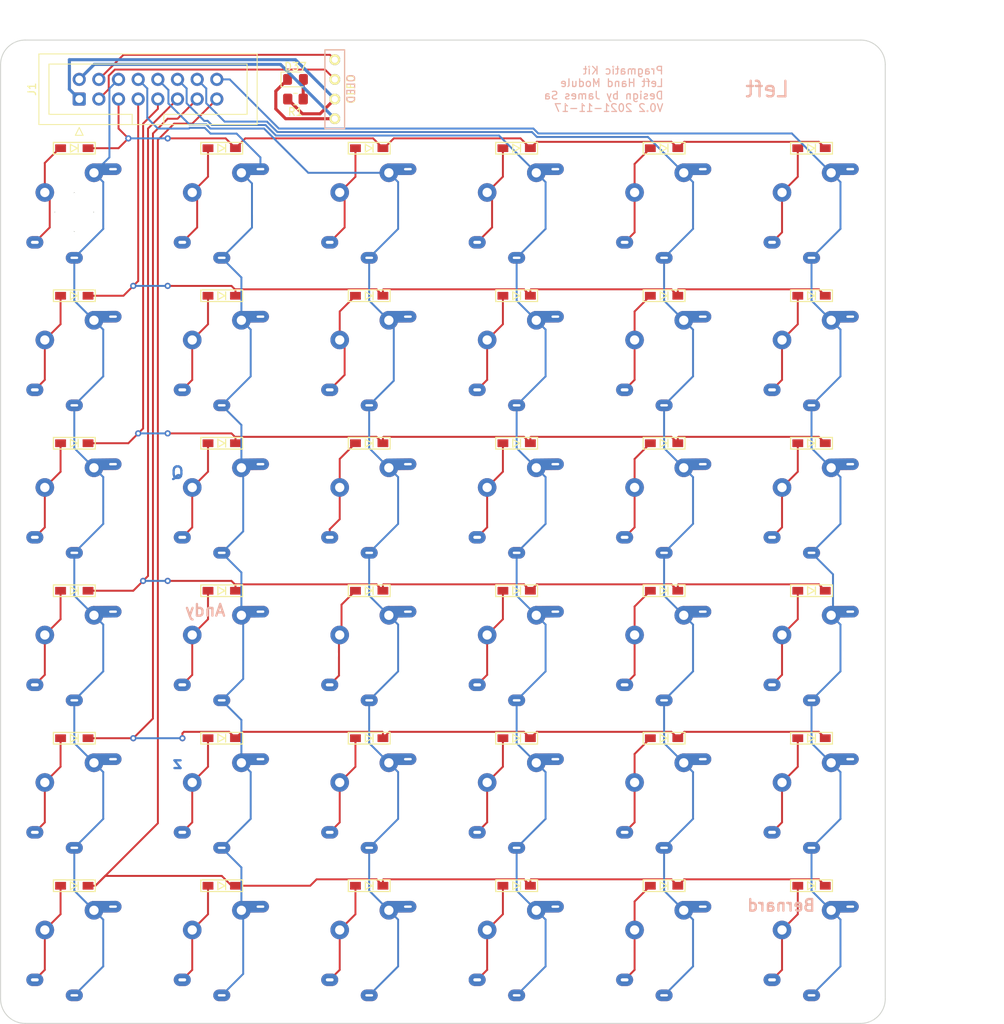
<source format=kicad_pcb>
(kicad_pcb (version 20171130) (host pcbnew "(5.1.12-1-10_14)")
  (title_block (title "Pragmatic Left") (date 2021-11-08) (rev 0.1) (company "James Sa"))
  (layers (0 F.Cu signal) (31 B.Cu signal) (34 B.Paste user) (35 F.Paste user) (36 B.SilkS user) (37 F.SilkS user) (38 B.Mask user) (39 F.Mask user) (44 Edge.Cuts user))
  (net 0 "")
  (net 1 "Net-(D1-Pad2)")
  (net 2 Row1)
  (net 3 "Net-(D2-Pad2)")
  (net 4 "Net-(D3-Pad2)")
  (net 5 "Net-(D4-Pad2)")
  (net 6 Col1)
  (net 7 "Net-(D7-Pad2)")
  (net 8 Row2)
  (net 9 "Net-(D8-Pad2)")
  (net 10 "Net-(D37-Pad2)")
  (net 11 VCC)
  (net 12 Col5)
  (net 13 Col4)
  (net 14 Col3)
  (net 15 Col2)
  (net 16 Col6)
  (net 17 Row4)
  (net 18 Row5)
  (net 19 Row6)
  (net 20 Row3)
  (net 21 "Net-(D5-Pad2)")
  (net 22 "Net-(D6-Pad2)")
  (net 23 "Net-(D9-Pad2)")
  (net 24 "Net-(D10-Pad2)")
  (net 25 "Net-(D11-Pad2)")
  (net 26 "Net-(D12-Pad2)")
  (net 27 "Net-(D13-Pad2)")
  (net 28 "Net-(D14-Pad2)")
  (net 29 "Net-(D15-Pad2)")
  (net 30 "Net-(D16-Pad2)")
  (net 31 "Net-(D17-Pad2)")
  (net 32 "Net-(D18-Pad2)")
  (net 33 "Net-(D19-Pad2)")
  (net 34 "Net-(D20-Pad2)")
  (net 35 "Net-(D21-Pad2)")
  (net 36 "Net-(D22-Pad2)")
  (net 37 "Net-(D23-Pad2)")
  (net 38 "Net-(D24-Pad2)")
  (net 39 "Net-(D25-Pad2)")
  (net 40 "Net-(D26-Pad2)")
  (net 41 "Net-(D27-Pad2)")
  (net 42 "Net-(D28-Pad2)")
  (net 43 "Net-(D29-Pad2)")
  (net 44 "Net-(D30-Pad2)")
  (net 45 "Net-(D31-Pad2)")
  (net 46 "Net-(D32-Pad2)")
  (net 47 "Net-(D33-Pad2)")
  (net 48 "Net-(D34-Pad2)")
  (net 49 "Net-(D35-Pad2)")
  (net 50 "Net-(D36-Pad2)")
  (net 51 GND)
  (net 52 SDA)
  (net 53 SCL)
  (module kbd:OLED (layer F.Cu) (at 90.805 37.465 270)
    (fp_text reference J2)
    (fp_text value Conn_01x04 hide)
    (fp_text user OLED (at 3.75 -2.1 90) (layer B.SilkS) (effects (justify mirror)))
    (fp_text user OLED (at 3.8 -2.1 90) (layer F.SilkS))
    (pad 4 thru_hole circle (at 7.62 0 270) (size 1.397 1.397) (drill 0.8128) (layers *.Cu *.Mask F.SilkS) (net 51 GND))
    (pad 3 thru_hole circle (at 5.08 0 270) (size 1.397 1.397) (drill 0.8128) (layers *.Cu *.Mask F.SilkS) (net 11 VCC))
    (pad 2 thru_hole circle (at 2.54 0 270) (size 1.397 1.397) (drill 0.8128) (layers *.Cu *.Mask F.SilkS) (net 53 SCL))
    (pad 1 thru_hole circle (at 0 0 270) (size 1.397 1.397) (drill 0.8128) (layers *.Cu *.Mask F.SilkS) (net 52 SDA))
  )
  (module Foostan:CherryMX_ChocV2_1u (layer F.Cu) (at 76.2 57.15)
    (fp_text reference SW2)
    (fp_text value SW_Push hide)
    (pad 2 thru_hole circle (at 2.54 -5.08) (size 2.4 2.4) (drill 1.2) (layers *.Cu B.Mask) (net 15 Col2))
    (pad 2 thru_hole oval (at 5 -5.55 0.5) (size 4.4 1.5) (drill oval 1 0.3 (offset -1.1 0)) (layers *.Cu B.Mask) (net 15 Col2))
    (pad 1 thru_hole oval (at -5.1 3.9) (size 2.2 1.6) (drill oval 1 0.4) (layers *.Cu B.Mask) (net 3 "Net-(D2-Pad2)"))
    (pad "" np_thru_hole circle (at 0 0 90) (size 4.9 4.9) (drill 4.9) (layers *.Cu *.Mask))
    (pad "" np_thru_hole circle (at -5.5 0 90) (size 1.8 1.8) (drill 1.8) (layers *.Cu *.Mask))
    (pad "" np_thru_hole circle (at 5.5 0 90) (size 1.8 1.8) (drill 1.8) (layers *.Cu *.Mask))
    (pad 2 thru_hole oval (at 0 5.9) (size 2.2 1.5) (drill oval 1 0.3) (layers *.Cu B.Mask) (net 15 Col2))
    (pad 1 thru_hole circle (at -3.81 -2.54) (size 2.4 2.4) (drill 1.2) (layers *.Cu B.Mask) (net 3 "Net-(D2-Pad2)"))
    (pad "" np_thru_hole circle (at 5.08 0) (size 1.7 1.7) (drill 1.7) (layers *.Cu *.Mask))
    (pad "" np_thru_hole circle (at -5.08 0) (size 1.7 1.7) (drill 1.7) (layers *.Cu *.Mask))
  )
  (module Foostan:CherryMX_ChocV2_1u (layer F.Cu) (at 76.2 76.2)
    (fp_text reference SW8)
    (fp_text value SW_Push hide)
    (pad 2 thru_hole circle (at 2.54 -5.08) (size 2.4 2.4) (drill 1.2) (layers *.Cu B.Mask) (net 15 Col2))
    (pad 2 thru_hole oval (at 5 -5.55 0.5) (size 4.4 1.5) (drill oval 1 0.3 (offset -1.1 0)) (layers *.Cu B.Mask) (net 15 Col2))
    (pad 1 thru_hole oval (at -5.1 3.9) (size 2.2 1.6) (drill oval 1 0.4) (layers *.Cu B.Mask) (net 9 "Net-(D8-Pad2)"))
    (pad "" np_thru_hole circle (at 0 0 90) (size 4.9 4.9) (drill 4.9) (layers *.Cu *.Mask))
    (pad "" np_thru_hole circle (at -5.5 0 90) (size 1.8 1.8) (drill 1.8) (layers *.Cu *.Mask))
    (pad "" np_thru_hole circle (at 5.5 0 90) (size 1.8 1.8) (drill 1.8) (layers *.Cu *.Mask))
    (pad 2 thru_hole oval (at 0 5.9) (size 2.2 1.5) (drill oval 1 0.3) (layers *.Cu B.Mask) (net 15 Col2))
    (pad 1 thru_hole circle (at -3.81 -2.54) (size 2.4 2.4) (drill 1.2) (layers *.Cu B.Mask) (net 9 "Net-(D8-Pad2)"))
    (pad "" np_thru_hole circle (at 5.08 0) (size 1.7 1.7) (drill 1.7) (layers *.Cu *.Mask))
    (pad "" np_thru_hole circle (at -5.08 0) (size 1.7 1.7) (drill 1.7) (layers *.Cu *.Mask))
  )
  (module Foostan:CherryMX_ChocV2_1u (layer F.Cu) (at 57.15 76.2)
    (fp_text reference SW7)
    (fp_text value SW_Push hide)
    (pad 2 thru_hole circle (at 2.54 -5.08) (size 2.4 2.4) (drill 1.2) (layers *.Cu B.Mask) (net 6 Col1))
    (pad 2 thru_hole oval (at 5 -5.55 0.5) (size 4.4 1.5) (drill oval 1 0.3 (offset -1.1 0)) (layers *.Cu B.Mask) (net 6 Col1))
    (pad 1 thru_hole oval (at -5.1 3.9) (size 2.2 1.6) (drill oval 1 0.4) (layers *.Cu B.Mask) (net 7 "Net-(D7-Pad2)"))
    (pad "" np_thru_hole circle (at 0 0 90) (size 4.9 4.9) (drill 4.9) (layers *.Cu *.Mask))
    (pad "" np_thru_hole circle (at -5.5 0 90) (size 1.8 1.8) (drill 1.8) (layers *.Cu *.Mask))
    (pad "" np_thru_hole circle (at 5.5 0 90) (size 1.8 1.8) (drill 1.8) (layers *.Cu *.Mask))
    (pad 2 thru_hole oval (at 0 5.9) (size 2.2 1.5) (drill oval 1 0.3) (layers *.Cu B.Mask) (net 6 Col1))
    (pad 1 thru_hole circle (at -3.81 -2.54) (size 2.4 2.4) (drill 1.2) (layers *.Cu B.Mask) (net 7 "Net-(D7-Pad2)"))
    (pad "" np_thru_hole circle (at 5.08 0) (size 1.7 1.7) (drill 1.7) (layers *.Cu *.Mask))
    (pad "" np_thru_hole circle (at -5.08 0) (size 1.7 1.7) (drill 1.7) (layers *.Cu *.Mask))
  )
  (module Foostan:CherryMX_ChocV2_1u (layer F.Cu) (at 57.15 57.15)
    (fp_text reference SW1)
    (fp_text value SW_Push hide)
    (pad 2 thru_hole circle (at 2.54 -5.08) (size 2.4 2.4) (drill 1.2) (layers *.Cu B.Mask) (net 6 Col1))
    (pad 2 thru_hole oval (at 5 -5.55 0.5) (size 4.4 1.5) (drill oval 1 0.3 (offset -1.1 0)) (layers *.Cu B.Mask) (net 6 Col1))
    (pad 1 thru_hole oval (at -5.1 3.9) (size 2.2 1.6) (drill oval 1 0.4) (layers *.Cu B.Mask) (net 1 "Net-(D1-Pad2)"))
    (pad "" np_thru_hole circle (at 0 0 90) (size 4.9 4.9) (drill 4.9) (layers *.Cu *.Mask))
    (pad "" np_thru_hole circle (at -5.5 0 90) (size 1.8 1.8) (drill 1.8) (layers *.Cu *.Mask))
    (pad "" np_thru_hole circle (at 5.5 0 90) (size 1.8 1.8) (drill 1.8) (layers *.Cu *.Mask))
    (pad 2 thru_hole oval (at 0 5.9) (size 2.2 1.5) (drill oval 1 0.3) (layers *.Cu B.Mask) (net 6 Col1))
    (pad 1 thru_hole circle (at -3.81 -2.54) (size 2.4 2.4) (drill 1.2) (layers *.Cu B.Mask) (net 1 "Net-(D1-Pad2)"))
    (pad "" np_thru_hole circle (at 5.08 0) (size 1.7 1.7) (drill 1.7) (layers *.Cu *.Mask))
    (pad "" np_thru_hole circle (at -5.08 0) (size 1.7 1.7) (drill 1.7) (layers *.Cu *.Mask))
  )
  (module Connector_IDC:IDC-Header_2x08_P2.54mm_Vertical (layer F.Cu) (at 57.785 42.545 90)
    (fp_text reference J1 (at 1.27 -6.1 90) (layer F.SilkS))
    (fp_text value Conn_02x08_Odd_Even)
    (pad 16 thru_hole circle (at 2.54 17.78 90) (size 1.7 1.7) (drill 1) (layers *.Cu *.Mask) (net 16 Col6))
    (pad 14 thru_hole circle (at 2.54 15.24 90) (size 1.7 1.7) (drill 1) (layers *.Cu *.Mask) (net 12 Col5))
    (pad 12 thru_hole circle (at 2.54 12.7 90) (size 1.7 1.7) (drill 1) (layers *.Cu *.Mask) (net 13 Col4))
    (pad 10 thru_hole circle (at 2.54 10.16 90) (size 1.7 1.7) (drill 1) (layers *.Cu *.Mask) (net 14 Col3))
    (pad 8 thru_hole circle (at 2.54 7.62 90) (size 1.7 1.7) (drill 1) (layers *.Cu *.Mask) (net 15 Col2))
    (pad 6 thru_hole circle (at 2.54 5.08 90) (size 1.7 1.7) (drill 1) (layers *.Cu *.Mask) (net 6 Col1))
    (pad 4 thru_hole circle (at 2.54 2.54 90) (size 1.7 1.7) (drill 1) (layers *.Cu *.Mask) (net 52 SDA))
    (pad 2 thru_hole circle (at 2.54 0 90) (size 1.7 1.7) (drill 1) (layers *.Cu *.Mask) (net 51 GND))
    (pad 15 thru_hole circle (at 0 17.78 90) (size 1.7 1.7) (drill 1) (layers *.Cu *.Mask) (net 19 Row6))
    (pad 13 thru_hole circle (at 0 15.24 90) (size 1.7 1.7) (drill 1) (layers *.Cu *.Mask) (net 18 Row5))
    (pad 11 thru_hole circle (at 0 12.7 90) (size 1.7 1.7) (drill 1) (layers *.Cu *.Mask) (net 17 Row4))
    (pad 9 thru_hole circle (at 0 10.16 90) (size 1.7 1.7) (drill 1) (layers *.Cu *.Mask) (net 20 Row3))
    (pad 7 thru_hole circle (at 0 7.62 90) (size 1.7 1.7) (drill 1) (layers *.Cu *.Mask) (net 8 Row2))
    (pad 5 thru_hole circle (at 0 5.08 90) (size 1.7 1.7) (drill 1) (layers *.Cu *.Mask) (net 2 Row1))
    (pad 3 thru_hole circle (at 0 2.54 90) (size 1.7 1.7) (drill 1) (layers *.Cu *.Mask) (net 53 SCL))
    (pad 1 thru_hole roundrect (at 0 0 90) (size 1.7 1.7) (drill 1) (layers *.Cu *.Mask) (roundrect_rratio 0.147059) (net 11 VCC))
  )
  (module Resistor_SMD:R_0805_2012Metric_Pad1.20x1.40mm_HandSolder (layer F.Cu) (at 85.725 42.545 180)
    (fp_text reference R1 (at 0 -1.65) (layer F.SilkS))
    (fp_text value 220Ω)
    (pad 2 smd roundrect (at 1 0 180) (size 1.2 1.4) (layers F.Cu F.Paste F.Mask) (roundrect_rratio 0.208333) (net 11 VCC))
    (pad 1 smd roundrect (at -1 0 180) (size 1.2 1.4) (layers F.Cu F.Paste F.Mask) (roundrect_rratio 0.208333) (net 10 "Net-(D37-Pad2)"))
  )
  (module LED_SMD:LED_0805_2012Metric_Pad1.15x1.40mm_HandSolder (layer F.Cu) (at 85.725 40.005)
    (fp_text reference D37 (at 0 -1.65) (layer F.SilkS))
    (fp_text value LED)
    (pad 2 smd roundrect (at 1.025 0) (size 1.15 1.4) (layers F.Cu F.Paste F.Mask) (roundrect_rratio 0.217391) (net 10 "Net-(D37-Pad2)"))
    (pad 1 smd roundrect (at -1.025 0) (size 1.15 1.4) (layers F.Cu F.Paste F.Mask) (roundrect_rratio 0.217391) (net 51 GND))
  )
  (module Foostan:CherryMX_ChocV2_1u (layer F.Cu) (at 95.25 76.2)
    (fp_text reference SW9)
    (fp_text value SW_Push hide)
    (pad 2 thru_hole circle (at 2.54 -5.08) (size 2.4 2.4) (drill 1.2) (layers *.Cu B.Mask) (net 14 Col3))
    (pad 2 thru_hole oval (at 5 -5.55 0.5) (size 4.4 1.5) (drill oval 1 0.3 (offset -1.1 0)) (layers *.Cu B.Mask) (net 14 Col3))
    (pad 1 thru_hole oval (at -5.1 3.9) (size 2.2 1.6) (drill oval 1 0.4) (layers *.Cu B.Mask) (net 23 "Net-(D9-Pad2)"))
    (pad "" np_thru_hole circle (at 0 0 90) (size 4.9 4.9) (drill 4.9) (layers *.Cu *.Mask))
    (pad "" np_thru_hole circle (at -5.5 0 90) (size 1.8 1.8) (drill 1.8) (layers *.Cu *.Mask))
    (pad "" np_thru_hole circle (at 5.5 0 90) (size 1.8 1.8) (drill 1.8) (layers *.Cu *.Mask))
    (pad 2 thru_hole oval (at 0 5.9) (size 2.2 1.5) (drill oval 1 0.3) (layers *.Cu B.Mask) (net 14 Col3))
    (pad 1 thru_hole circle (at -3.81 -2.54) (size 2.4 2.4) (drill 1.2) (layers *.Cu B.Mask) (net 23 "Net-(D9-Pad2)"))
    (pad "" np_thru_hole circle (at 5.08 0) (size 1.7 1.7) (drill 1.7) (layers *.Cu *.Mask))
    (pad "" np_thru_hole circle (at -5.08 0) (size 1.7 1.7) (drill 1.7) (layers *.Cu *.Mask))
  )
  (module Foostan:CherryMX_ChocV2_1u (layer F.Cu) (at 95.25 57.15)
    (fp_text reference SW3)
    (fp_text value SW_Push hide)
    (pad 2 thru_hole circle (at 2.54 -5.08) (size 2.4 2.4) (drill 1.2) (layers *.Cu B.Mask) (net 14 Col3))
    (pad 2 thru_hole oval (at 5 -5.55 0.5) (size 4.4 1.5) (drill oval 1 0.3 (offset -1.1 0)) (layers *.Cu B.Mask) (net 14 Col3))
    (pad 1 thru_hole oval (at -5.1 3.9) (size 2.2 1.6) (drill oval 1 0.4) (layers *.Cu B.Mask) (net 4 "Net-(D3-Pad2)"))
    (pad "" np_thru_hole circle (at 0 0 90) (size 4.9 4.9) (drill 4.9) (layers *.Cu *.Mask))
    (pad "" np_thru_hole circle (at -5.5 0 90) (size 1.8 1.8) (drill 1.8) (layers *.Cu *.Mask))
    (pad "" np_thru_hole circle (at 5.5 0 90) (size 1.8 1.8) (drill 1.8) (layers *.Cu *.Mask))
    (pad 2 thru_hole oval (at 0 5.9) (size 2.2 1.5) (drill oval 1 0.3) (layers *.Cu B.Mask) (net 14 Col3))
    (pad 1 thru_hole circle (at -3.81 -2.54) (size 2.4 2.4) (drill 1.2) (layers *.Cu B.Mask) (net 4 "Net-(D3-Pad2)"))
    (pad "" np_thru_hole circle (at 5.08 0) (size 1.7 1.7) (drill 1.7) (layers *.Cu *.Mask))
    (pad "" np_thru_hole circle (at -5.08 0) (size 1.7 1.7) (drill 1.7) (layers *.Cu *.Mask))
  )
  (module Foostan:D3_SMD_v2 (layer F.Cu) (at 152.4 48.895 180)
    (fp_text reference D6 hide)
    (fp_text value D hide)
    (pad 2 smd rect (at 1.775 0 180) (size 1.4 1) (layers F.Cu F.Paste F.Mask) (net 22 "Net-(D6-Pad2)"))
    (pad 1 smd rect (at -1.775 0 180) (size 1.4 1) (layers F.Cu F.Paste F.Mask) (net 2 Row1))
  )
  (module Foostan:CherryMX_ChocV2_1u (layer F.Cu) (at 133.35 133.35)
    (fp_text reference SW29)
    (fp_text value SW_Push hide)
    (pad 2 thru_hole circle (at 2.54 -5.08) (size 2.4 2.4) (drill 1.2) (layers *.Cu B.Mask) (net 12 Col5))
    (pad 2 thru_hole oval (at 5 -5.55 0.5) (size 4.4 1.5) (drill oval 1 0.3 (offset -1.1 0)) (layers *.Cu B.Mask) (net 12 Col5))
    (pad 1 thru_hole oval (at -5.1 3.9) (size 2.2 1.6) (drill oval 1 0.4) (layers *.Cu B.Mask) (net 43 "Net-(D29-Pad2)"))
    (pad "" np_thru_hole circle (at 0 0 90) (size 4.9 4.9) (drill 4.9) (layers *.Cu *.Mask))
    (pad "" np_thru_hole circle (at -5.5 0 90) (size 1.8 1.8) (drill 1.8) (layers *.Cu *.Mask))
    (pad "" np_thru_hole circle (at 5.5 0 90) (size 1.8 1.8) (drill 1.8) (layers *.Cu *.Mask))
    (pad 2 thru_hole oval (at 0 5.9) (size 2.2 1.5) (drill oval 1 0.3) (layers *.Cu B.Mask) (net 12 Col5))
    (pad 1 thru_hole circle (at -3.81 -2.54) (size 2.4 2.4) (drill 1.2) (layers *.Cu B.Mask) (net 43 "Net-(D29-Pad2)"))
    (pad "" np_thru_hole circle (at 5.08 0) (size 1.7 1.7) (drill 1.7) (layers *.Cu *.Mask))
    (pad "" np_thru_hole circle (at -5.08 0) (size 1.7 1.7) (drill 1.7) (layers *.Cu *.Mask))
  )
  (module Foostan:CherryMX_ChocV2_1u (layer F.Cu) (at 114.3 133.35)
    (fp_text reference SW28)
    (fp_text value SW_Push hide)
    (pad 2 thru_hole circle (at 2.54 -5.08) (size 2.4 2.4) (drill 1.2) (layers *.Cu B.Mask) (net 13 Col4))
    (pad 2 thru_hole oval (at 5 -5.55 0.5) (size 4.4 1.5) (drill oval 1 0.3 (offset -1.1 0)) (layers *.Cu B.Mask) (net 13 Col4))
    (pad 1 thru_hole oval (at -5.1 3.9) (size 2.2 1.6) (drill oval 1 0.4) (layers *.Cu B.Mask) (net 42 "Net-(D28-Pad2)"))
    (pad "" np_thru_hole circle (at 0 0 90) (size 4.9 4.9) (drill 4.9) (layers *.Cu *.Mask))
    (pad "" np_thru_hole circle (at -5.5 0 90) (size 1.8 1.8) (drill 1.8) (layers *.Cu *.Mask))
    (pad "" np_thru_hole circle (at 5.5 0 90) (size 1.8 1.8) (drill 1.8) (layers *.Cu *.Mask))
    (pad 2 thru_hole oval (at 0 5.9) (size 2.2 1.5) (drill oval 1 0.3) (layers *.Cu B.Mask) (net 13 Col4))
    (pad 1 thru_hole circle (at -3.81 -2.54) (size 2.4 2.4) (drill 1.2) (layers *.Cu B.Mask) (net 42 "Net-(D28-Pad2)"))
    (pad "" np_thru_hole circle (at 5.08 0) (size 1.7 1.7) (drill 1.7) (layers *.Cu *.Mask))
    (pad "" np_thru_hole circle (at -5.08 0) (size 1.7 1.7) (drill 1.7) (layers *.Cu *.Mask))
  )
  (module Foostan:CherryMX_ChocV2_1u (layer F.Cu) (at 152.4 114.3)
    (fp_text reference SW24)
    (fp_text value SW_Push hide)
    (pad 2 thru_hole circle (at 2.54 -5.08) (size 2.4 2.4) (drill 1.2) (layers *.Cu B.Mask) (net 16 Col6))
    (pad 2 thru_hole oval (at 5 -5.55 0.5) (size 4.4 1.5) (drill oval 1 0.3 (offset -1.1 0)) (layers *.Cu B.Mask) (net 16 Col6))
    (pad 1 thru_hole oval (at -5.1 3.9) (size 2.2 1.6) (drill oval 1 0.4) (layers *.Cu B.Mask) (net 38 "Net-(D24-Pad2)"))
    (pad "" np_thru_hole circle (at 0 0 90) (size 4.9 4.9) (drill 4.9) (layers *.Cu *.Mask))
    (pad "" np_thru_hole circle (at -5.5 0 90) (size 1.8 1.8) (drill 1.8) (layers *.Cu *.Mask))
    (pad "" np_thru_hole circle (at 5.5 0 90) (size 1.8 1.8) (drill 1.8) (layers *.Cu *.Mask))
    (pad 2 thru_hole oval (at 0 5.9) (size 2.2 1.5) (drill oval 1 0.3) (layers *.Cu B.Mask) (net 16 Col6))
    (pad 1 thru_hole circle (at -3.81 -2.54) (size 2.4 2.4) (drill 1.2) (layers *.Cu B.Mask) (net 38 "Net-(D24-Pad2)"))
    (pad "" np_thru_hole circle (at 5.08 0) (size 1.7 1.7) (drill 1.7) (layers *.Cu *.Mask))
    (pad "" np_thru_hole circle (at -5.08 0) (size 1.7 1.7) (drill 1.7) (layers *.Cu *.Mask))
  )
  (module Foostan:D3_SMD_v2 (layer F.Cu) (at 95.25 48.895 180)
    (fp_text reference D3 hide)
    (fp_text value D hide)
    (pad 2 smd rect (at 1.775 0 180) (size 1.4 1) (layers F.Cu F.Paste F.Mask) (net 4 "Net-(D3-Pad2)"))
    (pad 1 smd rect (at -1.775 0 180) (size 1.4 1) (layers F.Cu F.Paste F.Mask) (net 2 Row1))
  )
  (module Foostan:D3_SMD_v2 (layer F.Cu) (at 76.2 48.895 180)
    (fp_text reference D2 hide)
    (fp_text value D hide)
    (pad 2 smd rect (at 1.775 0 180) (size 1.4 1) (layers F.Cu F.Paste F.Mask) (net 3 "Net-(D2-Pad2)"))
    (pad 1 smd rect (at -1.775 0 180) (size 1.4 1) (layers F.Cu F.Paste F.Mask) (net 2 Row1))
  )
  (module Foostan:CherryMX_ChocV2_1u (layer F.Cu) (at 152.4 152.4)
    (fp_text reference SW36)
    (fp_text value SW_Push hide)
    (pad 2 thru_hole circle (at 2.54 -5.08) (size 2.4 2.4) (drill 1.2) (layers *.Cu B.Mask) (net 16 Col6))
    (pad 2 thru_hole oval (at 5 -5.55 0.5) (size 4.4 1.5) (drill oval 1 0.3 (offset -1.1 0)) (layers *.Cu B.Mask) (net 16 Col6))
    (pad 1 thru_hole oval (at -5.1 3.9) (size 2.2 1.6) (drill oval 1 0.4) (layers *.Cu B.Mask) (net 50 "Net-(D36-Pad2)"))
    (pad "" np_thru_hole circle (at 0 0 90) (size 4.9 4.9) (drill 4.9) (layers *.Cu *.Mask))
    (pad "" np_thru_hole circle (at -5.5 0 90) (size 1.8 1.8) (drill 1.8) (layers *.Cu *.Mask))
    (pad "" np_thru_hole circle (at 5.5 0 90) (size 1.8 1.8) (drill 1.8) (layers *.Cu *.Mask))
    (pad 2 thru_hole oval (at 0 5.9) (size 2.2 1.5) (drill oval 1 0.3) (layers *.Cu B.Mask) (net 16 Col6))
    (pad 1 thru_hole circle (at -3.81 -2.54) (size 2.4 2.4) (drill 1.2) (layers *.Cu B.Mask) (net 50 "Net-(D36-Pad2)"))
    (pad "" np_thru_hole circle (at 5.08 0) (size 1.7 1.7) (drill 1.7) (layers *.Cu *.Mask))
    (pad "" np_thru_hole circle (at -5.08 0) (size 1.7 1.7) (drill 1.7) (layers *.Cu *.Mask))
  )
  (module Foostan:CherryMX_ChocV2_1u (layer F.Cu) (at 133.35 152.4)
    (fp_text reference SW35)
    (fp_text value SW_Push hide)
    (pad 2 thru_hole circle (at 2.54 -5.08) (size 2.4 2.4) (drill 1.2) (layers *.Cu B.Mask) (net 12 Col5))
    (pad 2 thru_hole oval (at 5 -5.55 0.5) (size 4.4 1.5) (drill oval 1 0.3 (offset -1.1 0)) (layers *.Cu B.Mask) (net 12 Col5))
    (pad 1 thru_hole oval (at -5.1 3.9) (size 2.2 1.6) (drill oval 1 0.4) (layers *.Cu B.Mask) (net 49 "Net-(D35-Pad2)"))
    (pad "" np_thru_hole circle (at 0 0 90) (size 4.9 4.9) (drill 4.9) (layers *.Cu *.Mask))
    (pad "" np_thru_hole circle (at -5.5 0 90) (size 1.8 1.8) (drill 1.8) (layers *.Cu *.Mask))
    (pad "" np_thru_hole circle (at 5.5 0 90) (size 1.8 1.8) (drill 1.8) (layers *.Cu *.Mask))
    (pad 2 thru_hole oval (at 0 5.9) (size 2.2 1.5) (drill oval 1 0.3) (layers *.Cu B.Mask) (net 12 Col5))
    (pad 1 thru_hole circle (at -3.81 -2.54) (size 2.4 2.4) (drill 1.2) (layers *.Cu B.Mask) (net 49 "Net-(D35-Pad2)"))
    (pad "" np_thru_hole circle (at 5.08 0) (size 1.7 1.7) (drill 1.7) (layers *.Cu *.Mask))
    (pad "" np_thru_hole circle (at -5.08 0) (size 1.7 1.7) (drill 1.7) (layers *.Cu *.Mask))
  )
  (module Foostan:CherryMX_ChocV2_1u (layer F.Cu) (at 114.3 152.4)
    (fp_text reference SW34)
    (fp_text value SW_Push hide)
    (pad 2 thru_hole circle (at 2.54 -5.08) (size 2.4 2.4) (drill 1.2) (layers *.Cu B.Mask) (net 13 Col4))
    (pad 2 thru_hole oval (at 5 -5.55 0.5) (size 4.4 1.5) (drill oval 1 0.3 (offset -1.1 0)) (layers *.Cu B.Mask) (net 13 Col4))
    (pad 1 thru_hole oval (at -5.1 3.9) (size 2.2 1.6) (drill oval 1 0.4) (layers *.Cu B.Mask) (net 48 "Net-(D34-Pad2)"))
    (pad "" np_thru_hole circle (at 0 0 90) (size 4.9 4.9) (drill 4.9) (layers *.Cu *.Mask))
    (pad "" np_thru_hole circle (at -5.5 0 90) (size 1.8 1.8) (drill 1.8) (layers *.Cu *.Mask))
    (pad "" np_thru_hole circle (at 5.5 0 90) (size 1.8 1.8) (drill 1.8) (layers *.Cu *.Mask))
    (pad 2 thru_hole oval (at 0 5.9) (size 2.2 1.5) (drill oval 1 0.3) (layers *.Cu B.Mask) (net 13 Col4))
    (pad 1 thru_hole circle (at -3.81 -2.54) (size 2.4 2.4) (drill 1.2) (layers *.Cu B.Mask) (net 48 "Net-(D34-Pad2)"))
    (pad "" np_thru_hole circle (at 5.08 0) (size 1.7 1.7) (drill 1.7) (layers *.Cu *.Mask))
    (pad "" np_thru_hole circle (at -5.08 0) (size 1.7 1.7) (drill 1.7) (layers *.Cu *.Mask))
  )
  (module Foostan:CherryMX_ChocV2_1u (layer F.Cu) (at 95.25 152.4)
    (fp_text reference SW33)
    (fp_text value SW_Push hide)
    (pad 2 thru_hole circle (at 2.54 -5.08) (size 2.4 2.4) (drill 1.2) (layers *.Cu B.Mask) (net 14 Col3))
    (pad 2 thru_hole oval (at 5 -5.55 0.5) (size 4.4 1.5) (drill oval 1 0.3 (offset -1.1 0)) (layers *.Cu B.Mask) (net 14 Col3))
    (pad 1 thru_hole oval (at -5.1 3.9) (size 2.2 1.6) (drill oval 1 0.4) (layers *.Cu B.Mask) (net 47 "Net-(D33-Pad2)"))
    (pad "" np_thru_hole circle (at 0 0 90) (size 4.9 4.9) (drill 4.9) (layers *.Cu *.Mask))
    (pad "" np_thru_hole circle (at -5.5 0 90) (size 1.8 1.8) (drill 1.8) (layers *.Cu *.Mask))
    (pad "" np_thru_hole circle (at 5.5 0 90) (size 1.8 1.8) (drill 1.8) (layers *.Cu *.Mask))
    (pad 2 thru_hole oval (at 0 5.9) (size 2.2 1.5) (drill oval 1 0.3) (layers *.Cu B.Mask) (net 14 Col3))
    (pad 1 thru_hole circle (at -3.81 -2.54) (size 2.4 2.4) (drill 1.2) (layers *.Cu B.Mask) (net 47 "Net-(D33-Pad2)"))
    (pad "" np_thru_hole circle (at 5.08 0) (size 1.7 1.7) (drill 1.7) (layers *.Cu *.Mask))
    (pad "" np_thru_hole circle (at -5.08 0) (size 1.7 1.7) (drill 1.7) (layers *.Cu *.Mask))
  )
  (module Foostan:CherryMX_ChocV2_1u (layer F.Cu) (at 76.2 152.4)
    (fp_text reference SW32)
    (fp_text value SW_Push hide)
    (pad 2 thru_hole circle (at 2.54 -5.08) (size 2.4 2.4) (drill 1.2) (layers *.Cu B.Mask) (net 15 Col2))
    (pad 2 thru_hole oval (at 5 -5.55 0.5) (size 4.4 1.5) (drill oval 1 0.3 (offset -1.1 0)) (layers *.Cu B.Mask) (net 15 Col2))
    (pad 1 thru_hole oval (at -5.1 3.9) (size 2.2 1.6) (drill oval 1 0.4) (layers *.Cu B.Mask) (net 46 "Net-(D32-Pad2)"))
    (pad "" np_thru_hole circle (at 0 0 90) (size 4.9 4.9) (drill 4.9) (layers *.Cu *.Mask))
    (pad "" np_thru_hole circle (at -5.5 0 90) (size 1.8 1.8) (drill 1.8) (layers *.Cu *.Mask))
    (pad "" np_thru_hole circle (at 5.5 0 90) (size 1.8 1.8) (drill 1.8) (layers *.Cu *.Mask))
    (pad 2 thru_hole oval (at 0 5.9) (size 2.2 1.5) (drill oval 1 0.3) (layers *.Cu B.Mask) (net 15 Col2))
    (pad 1 thru_hole circle (at -3.81 -2.54) (size 2.4 2.4) (drill 1.2) (layers *.Cu B.Mask) (net 46 "Net-(D32-Pad2)"))
    (pad "" np_thru_hole circle (at 5.08 0) (size 1.7 1.7) (drill 1.7) (layers *.Cu *.Mask))
    (pad "" np_thru_hole circle (at -5.08 0) (size 1.7 1.7) (drill 1.7) (layers *.Cu *.Mask))
  )
  (module Foostan:CherryMX_ChocV2_1u (layer F.Cu) (at 57.15 152.4)
    (fp_text reference SW31)
    (fp_text value SW_Push hide)
    (pad 2 thru_hole circle (at 2.54 -5.08) (size 2.4 2.4) (drill 1.2) (layers *.Cu B.Mask) (net 6 Col1))
    (pad 2 thru_hole oval (at 5 -5.55 0.5) (size 4.4 1.5) (drill oval 1 0.3 (offset -1.1 0)) (layers *.Cu B.Mask) (net 6 Col1))
    (pad 1 thru_hole oval (at -5.1 3.9) (size 2.2 1.6) (drill oval 1 0.4) (layers *.Cu B.Mask) (net 45 "Net-(D31-Pad2)"))
    (pad "" np_thru_hole circle (at 0 0 90) (size 4.9 4.9) (drill 4.9) (layers *.Cu *.Mask))
    (pad "" np_thru_hole circle (at -5.5 0 90) (size 1.8 1.8) (drill 1.8) (layers *.Cu *.Mask))
    (pad "" np_thru_hole circle (at 5.5 0 90) (size 1.8 1.8) (drill 1.8) (layers *.Cu *.Mask))
    (pad 2 thru_hole oval (at 0 5.9) (size 2.2 1.5) (drill oval 1 0.3) (layers *.Cu B.Mask) (net 6 Col1))
    (pad 1 thru_hole circle (at -3.81 -2.54) (size 2.4 2.4) (drill 1.2) (layers *.Cu B.Mask) (net 45 "Net-(D31-Pad2)"))
    (pad "" np_thru_hole circle (at 5.08 0) (size 1.7 1.7) (drill 1.7) (layers *.Cu *.Mask))
    (pad "" np_thru_hole circle (at -5.08 0) (size 1.7 1.7) (drill 1.7) (layers *.Cu *.Mask))
  )
  (module Foostan:CherryMX_ChocV2_1u (layer F.Cu) (at 152.4 133.35)
    (fp_text reference SW30)
    (fp_text value SW_Push hide)
    (pad 2 thru_hole circle (at 2.54 -5.08) (size 2.4 2.4) (drill 1.2) (layers *.Cu B.Mask) (net 16 Col6))
    (pad 2 thru_hole oval (at 5 -5.55 0.5) (size 4.4 1.5) (drill oval 1 0.3 (offset -1.1 0)) (layers *.Cu B.Mask) (net 16 Col6))
    (pad 1 thru_hole oval (at -5.1 3.9) (size 2.2 1.6) (drill oval 1 0.4) (layers *.Cu B.Mask) (net 44 "Net-(D30-Pad2)"))
    (pad "" np_thru_hole circle (at 0 0 90) (size 4.9 4.9) (drill 4.9) (layers *.Cu *.Mask))
    (pad "" np_thru_hole circle (at -5.5 0 90) (size 1.8 1.8) (drill 1.8) (layers *.Cu *.Mask))
    (pad "" np_thru_hole circle (at 5.5 0 90) (size 1.8 1.8) (drill 1.8) (layers *.Cu *.Mask))
    (pad 2 thru_hole oval (at 0 5.9) (size 2.2 1.5) (drill oval 1 0.3) (layers *.Cu B.Mask) (net 16 Col6))
    (pad 1 thru_hole circle (at -3.81 -2.54) (size 2.4 2.4) (drill 1.2) (layers *.Cu B.Mask) (net 44 "Net-(D30-Pad2)"))
    (pad "" np_thru_hole circle (at 5.08 0) (size 1.7 1.7) (drill 1.7) (layers *.Cu *.Mask))
    (pad "" np_thru_hole circle (at -5.08 0) (size 1.7 1.7) (drill 1.7) (layers *.Cu *.Mask))
  )
  (module Foostan:CherryMX_ChocV2_1u (layer F.Cu) (at 95.25 133.35)
    (fp_text reference SW27)
    (fp_text value SW_Push hide)
    (pad 2 thru_hole circle (at 2.54 -5.08) (size 2.4 2.4) (drill 1.2) (layers *.Cu B.Mask) (net 14 Col3))
    (pad 2 thru_hole oval (at 5 -5.55 0.5) (size 4.4 1.5) (drill oval 1 0.3 (offset -1.1 0)) (layers *.Cu B.Mask) (net 14 Col3))
    (pad 1 thru_hole oval (at -5.1 3.9) (size 2.2 1.6) (drill oval 1 0.4) (layers *.Cu B.Mask) (net 41 "Net-(D27-Pad2)"))
    (pad "" np_thru_hole circle (at 0 0 90) (size 4.9 4.9) (drill 4.9) (layers *.Cu *.Mask))
    (pad "" np_thru_hole circle (at -5.5 0 90) (size 1.8 1.8) (drill 1.8) (layers *.Cu *.Mask))
    (pad "" np_thru_hole circle (at 5.5 0 90) (size 1.8 1.8) (drill 1.8) (layers *.Cu *.Mask))
    (pad 2 thru_hole oval (at 0 5.9) (size 2.2 1.5) (drill oval 1 0.3) (layers *.Cu B.Mask) (net 14 Col3))
    (pad 1 thru_hole circle (at -3.81 -2.54) (size 2.4 2.4) (drill 1.2) (layers *.Cu B.Mask) (net 41 "Net-(D27-Pad2)"))
    (pad "" np_thru_hole circle (at 5.08 0) (size 1.7 1.7) (drill 1.7) (layers *.Cu *.Mask))
    (pad "" np_thru_hole circle (at -5.08 0) (size 1.7 1.7) (drill 1.7) (layers *.Cu *.Mask))
  )
  (module Foostan:CherryMX_ChocV2_1u (layer F.Cu) (at 76.2 133.35)
    (fp_text reference SW26)
    (fp_text value SW_Push hide)
    (pad 2 thru_hole circle (at 2.54 -5.08) (size 2.4 2.4) (drill 1.2) (layers *.Cu B.Mask) (net 15 Col2))
    (pad 2 thru_hole oval (at 5 -5.55 0.5) (size 4.4 1.5) (drill oval 1 0.3 (offset -1.1 0)) (layers *.Cu B.Mask) (net 15 Col2))
    (pad 1 thru_hole oval (at -5.1 3.9) (size 2.2 1.6) (drill oval 1 0.4) (layers *.Cu B.Mask) (net 40 "Net-(D26-Pad2)"))
    (pad "" np_thru_hole circle (at 0 0 90) (size 4.9 4.9) (drill 4.9) (layers *.Cu *.Mask))
    (pad "" np_thru_hole circle (at -5.5 0 90) (size 1.8 1.8) (drill 1.8) (layers *.Cu *.Mask))
    (pad "" np_thru_hole circle (at 5.5 0 90) (size 1.8 1.8) (drill 1.8) (layers *.Cu *.Mask))
    (pad 2 thru_hole oval (at 0 5.9) (size 2.2 1.5) (drill oval 1 0.3) (layers *.Cu B.Mask) (net 15 Col2))
    (pad 1 thru_hole circle (at -3.81 -2.54) (size 2.4 2.4) (drill 1.2) (layers *.Cu B.Mask) (net 40 "Net-(D26-Pad2)"))
    (pad "" np_thru_hole circle (at 5.08 0) (size 1.7 1.7) (drill 1.7) (layers *.Cu *.Mask))
    (pad "" np_thru_hole circle (at -5.08 0) (size 1.7 1.7) (drill 1.7) (layers *.Cu *.Mask))
  )
  (module Foostan:CherryMX_ChocV2_1u (layer F.Cu) (at 57.15 133.35)
    (fp_text reference SW25)
    (fp_text value SW_Push hide)
    (pad 2 thru_hole circle (at 2.54 -5.08) (size 2.4 2.4) (drill 1.2) (layers *.Cu B.Mask) (net 6 Col1))
    (pad 2 thru_hole oval (at 5 -5.55 0.5) (size 4.4 1.5) (drill oval 1 0.3 (offset -1.1 0)) (layers *.Cu B.Mask) (net 6 Col1))
    (pad 1 thru_hole oval (at -5.1 3.9) (size 2.2 1.6) (drill oval 1 0.4) (layers *.Cu B.Mask) (net 39 "Net-(D25-Pad2)"))
    (pad "" np_thru_hole circle (at 0 0 90) (size 4.9 4.9) (drill 4.9) (layers *.Cu *.Mask))
    (pad "" np_thru_hole circle (at -5.5 0 90) (size 1.8 1.8) (drill 1.8) (layers *.Cu *.Mask))
    (pad "" np_thru_hole circle (at 5.5 0 90) (size 1.8 1.8) (drill 1.8) (layers *.Cu *.Mask))
    (pad 2 thru_hole oval (at 0 5.9) (size 2.2 1.5) (drill oval 1 0.3) (layers *.Cu B.Mask) (net 6 Col1))
    (pad 1 thru_hole circle (at -3.81 -2.54) (size 2.4 2.4) (drill 1.2) (layers *.Cu B.Mask) (net 39 "Net-(D25-Pad2)"))
    (pad "" np_thru_hole circle (at 5.08 0) (size 1.7 1.7) (drill 1.7) (layers *.Cu *.Mask))
    (pad "" np_thru_hole circle (at -5.08 0) (size 1.7 1.7) (drill 1.7) (layers *.Cu *.Mask))
  )
  (module Foostan:CherryMX_ChocV2_1u (layer F.Cu) (at 133.35 114.3)
    (fp_text reference SW23)
    (fp_text value SW_Push hide)
    (pad 2 thru_hole circle (at 2.54 -5.08) (size 2.4 2.4) (drill 1.2) (layers *.Cu B.Mask) (net 12 Col5))
    (pad 2 thru_hole oval (at 5 -5.55 0.5) (size 4.4 1.5) (drill oval 1 0.3 (offset -1.1 0)) (layers *.Cu B.Mask) (net 12 Col5))
    (pad 1 thru_hole oval (at -5.1 3.9) (size 2.2 1.6) (drill oval 1 0.4) (layers *.Cu B.Mask) (net 37 "Net-(D23-Pad2)"))
    (pad "" np_thru_hole circle (at 0 0 90) (size 4.9 4.9) (drill 4.9) (layers *.Cu *.Mask))
    (pad "" np_thru_hole circle (at -5.5 0 90) (size 1.8 1.8) (drill 1.8) (layers *.Cu *.Mask))
    (pad "" np_thru_hole circle (at 5.5 0 90) (size 1.8 1.8) (drill 1.8) (layers *.Cu *.Mask))
    (pad 2 thru_hole oval (at 0 5.9) (size 2.2 1.5) (drill oval 1 0.3) (layers *.Cu B.Mask) (net 12 Col5))
    (pad 1 thru_hole circle (at -3.81 -2.54) (size 2.4 2.4) (drill 1.2) (layers *.Cu B.Mask) (net 37 "Net-(D23-Pad2)"))
    (pad "" np_thru_hole circle (at 5.08 0) (size 1.7 1.7) (drill 1.7) (layers *.Cu *.Mask))
    (pad "" np_thru_hole circle (at -5.08 0) (size 1.7 1.7) (drill 1.7) (layers *.Cu *.Mask))
  )
  (module Foostan:CherryMX_ChocV2_1u (layer F.Cu) (at 114.3 114.3)
    (fp_text reference SW22)
    (fp_text value SW_Push hide)
    (pad 2 thru_hole circle (at 2.54 -5.08) (size 2.4 2.4) (drill 1.2) (layers *.Cu B.Mask) (net 13 Col4))
    (pad 2 thru_hole oval (at 5 -5.55 0.5) (size 4.4 1.5) (drill oval 1 0.3 (offset -1.1 0)) (layers *.Cu B.Mask) (net 13 Col4))
    (pad 1 thru_hole oval (at -5.1 3.9) (size 2.2 1.6) (drill oval 1 0.4) (layers *.Cu B.Mask) (net 36 "Net-(D22-Pad2)"))
    (pad "" np_thru_hole circle (at 0 0 90) (size 4.9 4.9) (drill 4.9) (layers *.Cu *.Mask))
    (pad "" np_thru_hole circle (at -5.5 0 90) (size 1.8 1.8) (drill 1.8) (layers *.Cu *.Mask))
    (pad "" np_thru_hole circle (at 5.5 0 90) (size 1.8 1.8) (drill 1.8) (layers *.Cu *.Mask))
    (pad 2 thru_hole oval (at 0 5.9) (size 2.2 1.5) (drill oval 1 0.3) (layers *.Cu B.Mask) (net 13 Col4))
    (pad 1 thru_hole circle (at -3.81 -2.54) (size 2.4 2.4) (drill 1.2) (layers *.Cu B.Mask) (net 36 "Net-(D22-Pad2)"))
    (pad "" np_thru_hole circle (at 5.08 0) (size 1.7 1.7) (drill 1.7) (layers *.Cu *.Mask))
    (pad "" np_thru_hole circle (at -5.08 0) (size 1.7 1.7) (drill 1.7) (layers *.Cu *.Mask))
  )
  (module Foostan:CherryMX_ChocV2_1u (layer F.Cu) (at 95.25 114.3)
    (fp_text reference SW21)
    (fp_text value SW_Push hide)
    (pad 2 thru_hole circle (at 2.54 -5.08) (size 2.4 2.4) (drill 1.2) (layers *.Cu B.Mask) (net 14 Col3))
    (pad 2 thru_hole oval (at 5 -5.55 0.5) (size 4.4 1.5) (drill oval 1 0.3 (offset -1.1 0)) (layers *.Cu B.Mask) (net 14 Col3))
    (pad 1 thru_hole oval (at -5.1 3.9) (size 2.2 1.6) (drill oval 1 0.4) (layers *.Cu B.Mask) (net 35 "Net-(D21-Pad2)"))
    (pad "" np_thru_hole circle (at 0 0 90) (size 4.9 4.9) (drill 4.9) (layers *.Cu *.Mask))
    (pad "" np_thru_hole circle (at -5.5 0 90) (size 1.8 1.8) (drill 1.8) (layers *.Cu *.Mask))
    (pad "" np_thru_hole circle (at 5.5 0 90) (size 1.8 1.8) (drill 1.8) (layers *.Cu *.Mask))
    (pad 2 thru_hole oval (at 0 5.9) (size 2.2 1.5) (drill oval 1 0.3) (layers *.Cu B.Mask) (net 14 Col3))
    (pad 1 thru_hole circle (at -3.81 -2.54) (size 2.4 2.4) (drill 1.2) (layers *.Cu B.Mask) (net 35 "Net-(D21-Pad2)"))
    (pad "" np_thru_hole circle (at 5.08 0) (size 1.7 1.7) (drill 1.7) (layers *.Cu *.Mask))
    (pad "" np_thru_hole circle (at -5.08 0) (size 1.7 1.7) (drill 1.7) (layers *.Cu *.Mask))
  )
  (module Foostan:CherryMX_ChocV2_1u (layer F.Cu) (at 76.2 114.3)
    (fp_text reference SW20)
    (fp_text value SW_Push hide)
    (pad 2 thru_hole circle (at 2.54 -5.08) (size 2.4 2.4) (drill 1.2) (layers *.Cu B.Mask) (net 15 Col2))
    (pad 2 thru_hole oval (at 5 -5.55 0.5) (size 4.4 1.5) (drill oval 1 0.3 (offset -1.1 0)) (layers *.Cu B.Mask) (net 15 Col2))
    (pad 1 thru_hole oval (at -5.1 3.9) (size 2.2 1.6) (drill oval 1 0.4) (layers *.Cu B.Mask) (net 34 "Net-(D20-Pad2)"))
    (pad "" np_thru_hole circle (at 0 0 90) (size 4.9 4.9) (drill 4.9) (layers *.Cu *.Mask))
    (pad "" np_thru_hole circle (at -5.5 0 90) (size 1.8 1.8) (drill 1.8) (layers *.Cu *.Mask))
    (pad "" np_thru_hole circle (at 5.5 0 90) (size 1.8 1.8) (drill 1.8) (layers *.Cu *.Mask))
    (pad 2 thru_hole oval (at 0 5.9) (size 2.2 1.5) (drill oval 1 0.3) (layers *.Cu B.Mask) (net 15 Col2))
    (pad 1 thru_hole circle (at -3.81 -2.54) (size 2.4 2.4) (drill 1.2) (layers *.Cu B.Mask) (net 34 "Net-(D20-Pad2)"))
    (pad "" np_thru_hole circle (at 5.08 0) (size 1.7 1.7) (drill 1.7) (layers *.Cu *.Mask))
    (pad "" np_thru_hole circle (at -5.08 0) (size 1.7 1.7) (drill 1.7) (layers *.Cu *.Mask))
  )
  (module Foostan:CherryMX_ChocV2_1u (layer F.Cu) (at 57.15 114.3)
    (fp_text reference SW19)
    (fp_text value SW_Push hide)
    (pad 2 thru_hole circle (at 2.54 -5.08) (size 2.4 2.4) (drill 1.2) (layers *.Cu B.Mask) (net 6 Col1))
    (pad 2 thru_hole oval (at 5 -5.55 0.5) (size 4.4 1.5) (drill oval 1 0.3 (offset -1.1 0)) (layers *.Cu B.Mask) (net 6 Col1))
    (pad 1 thru_hole oval (at -5.1 3.9) (size 2.2 1.6) (drill oval 1 0.4) (layers *.Cu B.Mask) (net 33 "Net-(D19-Pad2)"))
    (pad "" np_thru_hole circle (at 0 0 90) (size 4.9 4.9) (drill 4.9) (layers *.Cu *.Mask))
    (pad "" np_thru_hole circle (at -5.5 0 90) (size 1.8 1.8) (drill 1.8) (layers *.Cu *.Mask))
    (pad "" np_thru_hole circle (at 5.5 0 90) (size 1.8 1.8) (drill 1.8) (layers *.Cu *.Mask))
    (pad 2 thru_hole oval (at 0 5.9) (size 2.2 1.5) (drill oval 1 0.3) (layers *.Cu B.Mask) (net 6 Col1))
    (pad 1 thru_hole circle (at -3.81 -2.54) (size 2.4 2.4) (drill 1.2) (layers *.Cu B.Mask) (net 33 "Net-(D19-Pad2)"))
    (pad "" np_thru_hole circle (at 5.08 0) (size 1.7 1.7) (drill 1.7) (layers *.Cu *.Mask))
    (pad "" np_thru_hole circle (at -5.08 0) (size 1.7 1.7) (drill 1.7) (layers *.Cu *.Mask))
  )
  (module Foostan:CherryMX_ChocV2_1u (layer F.Cu) (at 152.4 95.25)
    (fp_text reference SW18)
    (fp_text value SW_Push hide)
    (pad 2 thru_hole circle (at 2.54 -5.08) (size 2.4 2.4) (drill 1.2) (layers *.Cu B.Mask) (net 16 Col6))
    (pad 2 thru_hole oval (at 5 -5.55 0.5) (size 4.4 1.5) (drill oval 1 0.3 (offset -1.1 0)) (layers *.Cu B.Mask) (net 16 Col6))
    (pad 1 thru_hole oval (at -5.1 3.9) (size 2.2 1.6) (drill oval 1 0.4) (layers *.Cu B.Mask) (net 32 "Net-(D18-Pad2)"))
    (pad "" np_thru_hole circle (at 0 0 90) (size 4.9 4.9) (drill 4.9) (layers *.Cu *.Mask))
    (pad "" np_thru_hole circle (at -5.5 0 90) (size 1.8 1.8) (drill 1.8) (layers *.Cu *.Mask))
    (pad "" np_thru_hole circle (at 5.5 0 90) (size 1.8 1.8) (drill 1.8) (layers *.Cu *.Mask))
    (pad 2 thru_hole oval (at 0 5.9) (size 2.2 1.5) (drill oval 1 0.3) (layers *.Cu B.Mask) (net 16 Col6))
    (pad 1 thru_hole circle (at -3.81 -2.54) (size 2.4 2.4) (drill 1.2) (layers *.Cu B.Mask) (net 32 "Net-(D18-Pad2)"))
    (pad "" np_thru_hole circle (at 5.08 0) (size 1.7 1.7) (drill 1.7) (layers *.Cu *.Mask))
    (pad "" np_thru_hole circle (at -5.08 0) (size 1.7 1.7) (drill 1.7) (layers *.Cu *.Mask))
  )
  (module Foostan:CherryMX_ChocV2_1u (layer F.Cu) (at 133.35 95.25)
    (fp_text reference SW17)
    (fp_text value SW_Push hide)
    (pad 2 thru_hole circle (at 2.54 -5.08) (size 2.4 2.4) (drill 1.2) (layers *.Cu B.Mask) (net 12 Col5))
    (pad 2 thru_hole oval (at 5 -5.55 0.5) (size 4.4 1.5) (drill oval 1 0.3 (offset -1.1 0)) (layers *.Cu B.Mask) (net 12 Col5))
    (pad 1 thru_hole oval (at -5.1 3.9) (size 2.2 1.6) (drill oval 1 0.4) (layers *.Cu B.Mask) (net 31 "Net-(D17-Pad2)"))
    (pad "" np_thru_hole circle (at 0 0 90) (size 4.9 4.9) (drill 4.9) (layers *.Cu *.Mask))
    (pad "" np_thru_hole circle (at -5.5 0 90) (size 1.8 1.8) (drill 1.8) (layers *.Cu *.Mask))
    (pad "" np_thru_hole circle (at 5.5 0 90) (size 1.8 1.8) (drill 1.8) (layers *.Cu *.Mask))
    (pad 2 thru_hole oval (at 0 5.9) (size 2.2 1.5) (drill oval 1 0.3) (layers *.Cu B.Mask) (net 12 Col5))
    (pad 1 thru_hole circle (at -3.81 -2.54) (size 2.4 2.4) (drill 1.2) (layers *.Cu B.Mask) (net 31 "Net-(D17-Pad2)"))
    (pad "" np_thru_hole circle (at 5.08 0) (size 1.7 1.7) (drill 1.7) (layers *.Cu *.Mask))
    (pad "" np_thru_hole circle (at -5.08 0) (size 1.7 1.7) (drill 1.7) (layers *.Cu *.Mask))
  )
  (module Foostan:CherryMX_ChocV2_1u (layer F.Cu) (at 114.3 95.25)
    (fp_text reference SW16)
    (fp_text value SW_Push hide)
    (pad 2 thru_hole circle (at 2.54 -5.08) (size 2.4 2.4) (drill 1.2) (layers *.Cu B.Mask) (net 13 Col4))
    (pad 2 thru_hole oval (at 5 -5.55 0.5) (size 4.4 1.5) (drill oval 1 0.3 (offset -1.1 0)) (layers *.Cu B.Mask) (net 13 Col4))
    (pad 1 thru_hole oval (at -5.1 3.9) (size 2.2 1.6) (drill oval 1 0.4) (layers *.Cu B.Mask) (net 30 "Net-(D16-Pad2)"))
    (pad "" np_thru_hole circle (at 0 0 90) (size 4.9 4.9) (drill 4.9) (layers *.Cu *.Mask))
    (pad "" np_thru_hole circle (at -5.5 0 90) (size 1.8 1.8) (drill 1.8) (layers *.Cu *.Mask))
    (pad "" np_thru_hole circle (at 5.5 0 90) (size 1.8 1.8) (drill 1.8) (layers *.Cu *.Mask))
    (pad 2 thru_hole oval (at 0 5.9) (size 2.2 1.5) (drill oval 1 0.3) (layers *.Cu B.Mask) (net 13 Col4))
    (pad 1 thru_hole circle (at -3.81 -2.54) (size 2.4 2.4) (drill 1.2) (layers *.Cu B.Mask) (net 30 "Net-(D16-Pad2)"))
    (pad "" np_thru_hole circle (at 5.08 0) (size 1.7 1.7) (drill 1.7) (layers *.Cu *.Mask))
    (pad "" np_thru_hole circle (at -5.08 0) (size 1.7 1.7) (drill 1.7) (layers *.Cu *.Mask))
  )
  (module Foostan:CherryMX_ChocV2_1u (layer F.Cu) (at 95.25 95.25)
    (fp_text reference SW15)
    (fp_text value SW_Push hide)
    (pad 2 thru_hole circle (at 2.54 -5.08) (size 2.4 2.4) (drill 1.2) (layers *.Cu B.Mask) (net 14 Col3))
    (pad 2 thru_hole oval (at 5 -5.55 0.5) (size 4.4 1.5) (drill oval 1 0.3 (offset -1.1 0)) (layers *.Cu B.Mask) (net 14 Col3))
    (pad 1 thru_hole oval (at -5.1 3.9) (size 2.2 1.6) (drill oval 1 0.4) (layers *.Cu B.Mask) (net 29 "Net-(D15-Pad2)"))
    (pad "" np_thru_hole circle (at 0 0 90) (size 4.9 4.9) (drill 4.9) (layers *.Cu *.Mask))
    (pad "" np_thru_hole circle (at -5.5 0 90) (size 1.8 1.8) (drill 1.8) (layers *.Cu *.Mask))
    (pad "" np_thru_hole circle (at 5.5 0 90) (size 1.8 1.8) (drill 1.8) (layers *.Cu *.Mask))
    (pad 2 thru_hole oval (at 0 5.9) (size 2.2 1.5) (drill oval 1 0.3) (layers *.Cu B.Mask) (net 14 Col3))
    (pad 1 thru_hole circle (at -3.81 -2.54) (size 2.4 2.4) (drill 1.2) (layers *.Cu B.Mask) (net 29 "Net-(D15-Pad2)"))
    (pad "" np_thru_hole circle (at 5.08 0) (size 1.7 1.7) (drill 1.7) (layers *.Cu *.Mask))
    (pad "" np_thru_hole circle (at -5.08 0) (size 1.7 1.7) (drill 1.7) (layers *.Cu *.Mask))
  )
  (module Foostan:CherryMX_ChocV2_1u (layer F.Cu) (at 76.2 95.25)
    (fp_text reference SW14)
    (fp_text value SW_Push hide)
    (pad 2 thru_hole circle (at 2.54 -5.08) (size 2.4 2.4) (drill 1.2) (layers *.Cu B.Mask) (net 15 Col2))
    (pad 2 thru_hole oval (at 5 -5.55 0.5) (size 4.4 1.5) (drill oval 1 0.3 (offset -1.1 0)) (layers *.Cu B.Mask) (net 15 Col2))
    (pad 1 thru_hole oval (at -5.1 3.9) (size 2.2 1.6) (drill oval 1 0.4) (layers *.Cu B.Mask) (net 28 "Net-(D14-Pad2)"))
    (pad "" np_thru_hole circle (at 0 0 90) (size 4.9 4.9) (drill 4.9) (layers *.Cu *.Mask))
    (pad "" np_thru_hole circle (at -5.5 0 90) (size 1.8 1.8) (drill 1.8) (layers *.Cu *.Mask))
    (pad "" np_thru_hole circle (at 5.5 0 90) (size 1.8 1.8) (drill 1.8) (layers *.Cu *.Mask))
    (pad 2 thru_hole oval (at 0 5.9) (size 2.2 1.5) (drill oval 1 0.3) (layers *.Cu B.Mask) (net 15 Col2))
    (pad 1 thru_hole circle (at -3.81 -2.54) (size 2.4 2.4) (drill 1.2) (layers *.Cu B.Mask) (net 28 "Net-(D14-Pad2)"))
    (pad "" np_thru_hole circle (at 5.08 0) (size 1.7 1.7) (drill 1.7) (layers *.Cu *.Mask))
    (pad "" np_thru_hole circle (at -5.08 0) (size 1.7 1.7) (drill 1.7) (layers *.Cu *.Mask))
  )
  (module Foostan:CherryMX_ChocV2_1u (layer F.Cu) (at 57.15 95.25)
    (fp_text reference SW13)
    (fp_text value SW_Push hide)
    (pad 2 thru_hole circle (at 2.54 -5.08) (size 2.4 2.4) (drill 1.2) (layers *.Cu B.Mask) (net 6 Col1))
    (pad 2 thru_hole oval (at 5 -5.55 0.5) (size 4.4 1.5) (drill oval 1 0.3 (offset -1.1 0)) (layers *.Cu B.Mask) (net 6 Col1))
    (pad 1 thru_hole oval (at -5.1 3.9) (size 2.2 1.6) (drill oval 1 0.4) (layers *.Cu B.Mask) (net 27 "Net-(D13-Pad2)"))
    (pad "" np_thru_hole circle (at 0 0 90) (size 4.9 4.9) (drill 4.9) (layers *.Cu *.Mask))
    (pad "" np_thru_hole circle (at -5.5 0 90) (size 1.8 1.8) (drill 1.8) (layers *.Cu *.Mask))
    (pad "" np_thru_hole circle (at 5.5 0 90) (size 1.8 1.8) (drill 1.8) (layers *.Cu *.Mask))
    (pad 2 thru_hole oval (at 0 5.9) (size 2.2 1.5) (drill oval 1 0.3) (layers *.Cu B.Mask) (net 6 Col1))
    (pad 1 thru_hole circle (at -3.81 -2.54) (size 2.4 2.4) (drill 1.2) (layers *.Cu B.Mask) (net 27 "Net-(D13-Pad2)"))
    (pad "" np_thru_hole circle (at 5.08 0) (size 1.7 1.7) (drill 1.7) (layers *.Cu *.Mask))
    (pad "" np_thru_hole circle (at -5.08 0) (size 1.7 1.7) (drill 1.7) (layers *.Cu *.Mask))
  )
  (module Foostan:CherryMX_ChocV2_1u (layer F.Cu) (at 152.4 76.2)
    (fp_text reference SW12)
    (fp_text value SW_Push hide)
    (pad 2 thru_hole circle (at 2.54 -5.08) (size 2.4 2.4) (drill 1.2) (layers *.Cu B.Mask) (net 16 Col6))
    (pad 2 thru_hole oval (at 5 -5.55 0.5) (size 4.4 1.5) (drill oval 1 0.3 (offset -1.1 0)) (layers *.Cu B.Mask) (net 16 Col6))
    (pad 1 thru_hole oval (at -5.1 3.9) (size 2.2 1.6) (drill oval 1 0.4) (layers *.Cu B.Mask) (net 26 "Net-(D12-Pad2)"))
    (pad "" np_thru_hole circle (at 0 0 90) (size 4.9 4.9) (drill 4.9) (layers *.Cu *.Mask))
    (pad "" np_thru_hole circle (at -5.5 0 90) (size 1.8 1.8) (drill 1.8) (layers *.Cu *.Mask))
    (pad "" np_thru_hole circle (at 5.5 0 90) (size 1.8 1.8) (drill 1.8) (layers *.Cu *.Mask))
    (pad 2 thru_hole oval (at 0 5.9) (size 2.2 1.5) (drill oval 1 0.3) (layers *.Cu B.Mask) (net 16 Col6))
    (pad 1 thru_hole circle (at -3.81 -2.54) (size 2.4 2.4) (drill 1.2) (layers *.Cu B.Mask) (net 26 "Net-(D12-Pad2)"))
    (pad "" np_thru_hole circle (at 5.08 0) (size 1.7 1.7) (drill 1.7) (layers *.Cu *.Mask))
    (pad "" np_thru_hole circle (at -5.08 0) (size 1.7 1.7) (drill 1.7) (layers *.Cu *.Mask))
  )
  (module Foostan:CherryMX_ChocV2_1u (layer F.Cu) (at 133.35 76.2)
    (fp_text reference SW11)
    (fp_text value SW_Push hide)
    (pad 2 thru_hole circle (at 2.54 -5.08) (size 2.4 2.4) (drill 1.2) (layers *.Cu B.Mask) (net 12 Col5))
    (pad 2 thru_hole oval (at 5 -5.55 0.5) (size 4.4 1.5) (drill oval 1 0.3 (offset -1.1 0)) (layers *.Cu B.Mask) (net 12 Col5))
    (pad 1 thru_hole oval (at -5.1 3.9) (size 2.2 1.6) (drill oval 1 0.4) (layers *.Cu B.Mask) (net 25 "Net-(D11-Pad2)"))
    (pad "" np_thru_hole circle (at 0 0 90) (size 4.9 4.9) (drill 4.9) (layers *.Cu *.Mask))
    (pad "" np_thru_hole circle (at -5.5 0 90) (size 1.8 1.8) (drill 1.8) (layers *.Cu *.Mask))
    (pad "" np_thru_hole circle (at 5.5 0 90) (size 1.8 1.8) (drill 1.8) (layers *.Cu *.Mask))
    (pad 2 thru_hole oval (at 0 5.9) (size 2.2 1.5) (drill oval 1 0.3) (layers *.Cu B.Mask) (net 12 Col5))
    (pad 1 thru_hole circle (at -3.81 -2.54) (size 2.4 2.4) (drill 1.2) (layers *.Cu B.Mask) (net 25 "Net-(D11-Pad2)"))
    (pad "" np_thru_hole circle (at 5.08 0) (size 1.7 1.7) (drill 1.7) (layers *.Cu *.Mask))
    (pad "" np_thru_hole circle (at -5.08 0) (size 1.7 1.7) (drill 1.7) (layers *.Cu *.Mask))
  )
  (module Foostan:CherryMX_ChocV2_1u (layer F.Cu) (at 114.3 76.2)
    (fp_text reference SW10)
    (fp_text value SW_Push hide)
    (pad 2 thru_hole circle (at 2.54 -5.08) (size 2.4 2.4) (drill 1.2) (layers *.Cu B.Mask) (net 13 Col4))
    (pad 2 thru_hole oval (at 5 -5.55 0.5) (size 4.4 1.5) (drill oval 1 0.3 (offset -1.1 0)) (layers *.Cu B.Mask) (net 13 Col4))
    (pad 1 thru_hole oval (at -5.1 3.9) (size 2.2 1.6) (drill oval 1 0.4) (layers *.Cu B.Mask) (net 24 "Net-(D10-Pad2)"))
    (pad "" np_thru_hole circle (at 0 0 90) (size 4.9 4.9) (drill 4.9) (layers *.Cu *.Mask))
    (pad "" np_thru_hole circle (at -5.5 0 90) (size 1.8 1.8) (drill 1.8) (layers *.Cu *.Mask))
    (pad "" np_thru_hole circle (at 5.5 0 90) (size 1.8 1.8) (drill 1.8) (layers *.Cu *.Mask))
    (pad 2 thru_hole oval (at 0 5.9) (size 2.2 1.5) (drill oval 1 0.3) (layers *.Cu B.Mask) (net 13 Col4))
    (pad 1 thru_hole circle (at -3.81 -2.54) (size 2.4 2.4) (drill 1.2) (layers *.Cu B.Mask) (net 24 "Net-(D10-Pad2)"))
    (pad "" np_thru_hole circle (at 5.08 0) (size 1.7 1.7) (drill 1.7) (layers *.Cu *.Mask))
    (pad "" np_thru_hole circle (at -5.08 0) (size 1.7 1.7) (drill 1.7) (layers *.Cu *.Mask))
  )
  (module Foostan:CherryMX_ChocV2_1u (layer F.Cu) (at 152.4 57.15)
    (fp_text reference SW6)
    (fp_text value SW_Push hide)
    (pad 2 thru_hole circle (at 2.54 -5.08) (size 2.4 2.4) (drill 1.2) (layers *.Cu B.Mask) (net 16 Col6))
    (pad 2 thru_hole oval (at 5 -5.55 0.5) (size 4.4 1.5) (drill oval 1 0.3 (offset -1.1 0)) (layers *.Cu B.Mask) (net 16 Col6))
    (pad 1 thru_hole oval (at -5.1 3.9) (size 2.2 1.6) (drill oval 1 0.4) (layers *.Cu B.Mask) (net 22 "Net-(D6-Pad2)"))
    (pad "" np_thru_hole circle (at 0 0 90) (size 4.9 4.9) (drill 4.9) (layers *.Cu *.Mask))
    (pad "" np_thru_hole circle (at -5.5 0 90) (size 1.8 1.8) (drill 1.8) (layers *.Cu *.Mask))
    (pad "" np_thru_hole circle (at 5.5 0 90) (size 1.8 1.8) (drill 1.8) (layers *.Cu *.Mask))
    (pad 2 thru_hole oval (at 0 5.9) (size 2.2 1.5) (drill oval 1 0.3) (layers *.Cu B.Mask) (net 16 Col6))
    (pad 1 thru_hole circle (at -3.81 -2.54) (size 2.4 2.4) (drill 1.2) (layers *.Cu B.Mask) (net 22 "Net-(D6-Pad2)"))
    (pad "" np_thru_hole circle (at 5.08 0) (size 1.7 1.7) (drill 1.7) (layers *.Cu *.Mask))
    (pad "" np_thru_hole circle (at -5.08 0) (size 1.7 1.7) (drill 1.7) (layers *.Cu *.Mask))
  )
  (module Foostan:CherryMX_ChocV2_1u (layer F.Cu) (at 133.35 57.15)
    (fp_text reference SW5)
    (fp_text value SW_Push hide)
    (pad 2 thru_hole circle (at 2.54 -5.08) (size 2.4 2.4) (drill 1.2) (layers *.Cu B.Mask) (net 12 Col5))
    (pad 2 thru_hole oval (at 5 -5.55 0.5) (size 4.4 1.5) (drill oval 1 0.3 (offset -1.1 0)) (layers *.Cu B.Mask) (net 12 Col5))
    (pad 1 thru_hole oval (at -5.1 3.9) (size 2.2 1.6) (drill oval 1 0.4) (layers *.Cu B.Mask) (net 21 "Net-(D5-Pad2)"))
    (pad "" np_thru_hole circle (at 0 0 90) (size 4.9 4.9) (drill 4.9) (layers *.Cu *.Mask))
    (pad "" np_thru_hole circle (at -5.5 0 90) (size 1.8 1.8) (drill 1.8) (layers *.Cu *.Mask))
    (pad "" np_thru_hole circle (at 5.5 0 90) (size 1.8 1.8) (drill 1.8) (layers *.Cu *.Mask))
    (pad 2 thru_hole oval (at 0 5.9) (size 2.2 1.5) (drill oval 1 0.3) (layers *.Cu B.Mask) (net 12 Col5))
    (pad 1 thru_hole circle (at -3.81 -2.54) (size 2.4 2.4) (drill 1.2) (layers *.Cu B.Mask) (net 21 "Net-(D5-Pad2)"))
    (pad "" np_thru_hole circle (at 5.08 0) (size 1.7 1.7) (drill 1.7) (layers *.Cu *.Mask))
    (pad "" np_thru_hole circle (at -5.08 0) (size 1.7 1.7) (drill 1.7) (layers *.Cu *.Mask))
  )
  (module Foostan:CherryMX_ChocV2_1u (layer F.Cu) (at 114.3 57.15)
    (fp_text reference SW4)
    (fp_text value SW_Push hide)
    (pad 2 thru_hole circle (at 2.54 -5.08) (size 2.4 2.4) (drill 1.2) (layers *.Cu B.Mask) (net 13 Col4))
    (pad 2 thru_hole oval (at 5 -5.55 0.5) (size 4.4 1.5) (drill oval 1 0.3 (offset -1.1 0)) (layers *.Cu B.Mask) (net 13 Col4))
    (pad 1 thru_hole oval (at -5.1 3.9) (size 2.2 1.6) (drill oval 1 0.4) (layers *.Cu B.Mask) (net 5 "Net-(D4-Pad2)"))
    (pad "" np_thru_hole circle (at 0 0 90) (size 4.9 4.9) (drill 4.9) (layers *.Cu *.Mask))
    (pad "" np_thru_hole circle (at -5.5 0 90) (size 1.8 1.8) (drill 1.8) (layers *.Cu *.Mask))
    (pad "" np_thru_hole circle (at 5.5 0 90) (size 1.8 1.8) (drill 1.8) (layers *.Cu *.Mask))
    (pad 2 thru_hole oval (at 0 5.9) (size 2.2 1.5) (drill oval 1 0.3) (layers *.Cu B.Mask) (net 13 Col4))
    (pad 1 thru_hole circle (at -3.81 -2.54) (size 2.4 2.4) (drill 1.2) (layers *.Cu B.Mask) (net 5 "Net-(D4-Pad2)"))
    (pad "" np_thru_hole circle (at 5.08 0) (size 1.7 1.7) (drill 1.7) (layers *.Cu *.Mask))
    (pad "" np_thru_hole circle (at -5.08 0) (size 1.7 1.7) (drill 1.7) (layers *.Cu *.Mask))
  )
  (module Foostan:D3_SMD_v2 (layer F.Cu) (at 152.4 144.145 180)
    (fp_text reference D36 hide)
    (fp_text value D hide)
    (pad 2 smd rect (at 1.775 0 180) (size 1.4 1) (layers F.Cu F.Paste F.Mask) (net 50 "Net-(D36-Pad2)"))
    (pad 1 smd rect (at -1.775 0 180) (size 1.4 1) (layers F.Cu F.Paste F.Mask) (net 19 Row6))
  )
  (module Foostan:D3_SMD_v2 (layer F.Cu) (at 133.35 144.145 180)
    (fp_text reference D35 hide)
    (fp_text value D hide)
    (pad 2 smd rect (at 1.775 0 180) (size 1.4 1) (layers F.Cu F.Paste F.Mask) (net 49 "Net-(D35-Pad2)"))
    (pad 1 smd rect (at -1.775 0 180) (size 1.4 1) (layers F.Cu F.Paste F.Mask) (net 19 Row6))
  )
  (module Foostan:D3_SMD_v2 (layer F.Cu) (at 114.3 144.145 180)
    (fp_text reference D34 hide)
    (fp_text value D hide)
    (pad 2 smd rect (at 1.775 0 180) (size 1.4 1) (layers F.Cu F.Paste F.Mask) (net 48 "Net-(D34-Pad2)"))
    (pad 1 smd rect (at -1.775 0 180) (size 1.4 1) (layers F.Cu F.Paste F.Mask) (net 19 Row6))
  )
  (module Foostan:D3_SMD_v2 (layer F.Cu) (at 95.25 144.145 180)
    (fp_text reference D33 hide)
    (fp_text value D hide)
    (pad 2 smd rect (at 1.775 0 180) (size 1.4 1) (layers F.Cu F.Paste F.Mask) (net 47 "Net-(D33-Pad2)"))
    (pad 1 smd rect (at -1.775 0 180) (size 1.4 1) (layers F.Cu F.Paste F.Mask) (net 19 Row6))
  )
  (module Foostan:D3_SMD_v2 (layer F.Cu) (at 76.2 144.145 180)
    (fp_text reference D32 hide)
    (fp_text value D hide)
    (pad 2 smd rect (at 1.775 0 180) (size 1.4 1) (layers F.Cu F.Paste F.Mask) (net 46 "Net-(D32-Pad2)"))
    (pad 1 smd rect (at -1.775 0 180) (size 1.4 1) (layers F.Cu F.Paste F.Mask) (net 19 Row6))
  )
  (module Foostan:D3_SMD_v2 (layer F.Cu) (at 57.15 144.145 180)
    (fp_text reference D31 hide)
    (fp_text value D hide)
    (pad 2 smd rect (at 1.775 0 180) (size 1.4 1) (layers F.Cu F.Paste F.Mask) (net 45 "Net-(D31-Pad2)"))
    (pad 1 smd rect (at -1.775 0 180) (size 1.4 1) (layers F.Cu F.Paste F.Mask) (net 19 Row6))
  )
  (module Foostan:D3_SMD_v2 (layer F.Cu) (at 152.4 125.095 180)
    (fp_text reference D30 hide)
    (fp_text value D hide)
    (pad 2 smd rect (at 1.775 0 180) (size 1.4 1) (layers F.Cu F.Paste F.Mask) (net 44 "Net-(D30-Pad2)"))
    (pad 1 smd rect (at -1.775 0 180) (size 1.4 1) (layers F.Cu F.Paste F.Mask) (net 18 Row5))
  )
  (module Foostan:D3_SMD_v2 (layer F.Cu) (at 133.35 125.095 180)
    (fp_text reference D29 hide)
    (fp_text value D hide)
    (pad 2 smd rect (at 1.775 0 180) (size 1.4 1) (layers F.Cu F.Paste F.Mask) (net 43 "Net-(D29-Pad2)"))
    (pad 1 smd rect (at -1.775 0 180) (size 1.4 1) (layers F.Cu F.Paste F.Mask) (net 18 Row5))
  )
  (module Foostan:D3_SMD_v2 (layer F.Cu) (at 114.3 125.095 180)
    (fp_text reference D28 hide)
    (fp_text value D hide)
    (pad 2 smd rect (at 1.775 0 180) (size 1.4 1) (layers F.Cu F.Paste F.Mask) (net 42 "Net-(D28-Pad2)"))
    (pad 1 smd rect (at -1.775 0 180) (size 1.4 1) (layers F.Cu F.Paste F.Mask) (net 18 Row5))
  )
  (module Foostan:D3_SMD_v2 (layer F.Cu) (at 95.25 125.095 180)
    (fp_text reference D27 hide)
    (fp_text value D hide)
    (pad 2 smd rect (at 1.775 0 180) (size 1.4 1) (layers F.Cu F.Paste F.Mask) (net 41 "Net-(D27-Pad2)"))
    (pad 1 smd rect (at -1.775 0 180) (size 1.4 1) (layers F.Cu F.Paste F.Mask) (net 18 Row5))
  )
  (module Foostan:D3_SMD_v2 (layer F.Cu) (at 76.2 125.095 180)
    (fp_text reference D26 hide)
    (fp_text value D hide)
    (pad 2 smd rect (at 1.775 0 180) (size 1.4 1) (layers F.Cu F.Paste F.Mask) (net 40 "Net-(D26-Pad2)"))
    (pad 1 smd rect (at -1.775 0 180) (size 1.4 1) (layers F.Cu F.Paste F.Mask) (net 18 Row5))
  )
  (module Foostan:D3_SMD_v2 (layer F.Cu) (at 57.15 125.095 180)
    (fp_text reference D25 hide)
    (fp_text value D hide)
    (pad 2 smd rect (at 1.775 0 180) (size 1.4 1) (layers F.Cu F.Paste F.Mask) (net 39 "Net-(D25-Pad2)"))
    (pad 1 smd rect (at -1.775 0 180) (size 1.4 1) (layers F.Cu F.Paste F.Mask) (net 18 Row5))
  )
  (module Foostan:D3_SMD_v2 (layer F.Cu) (at 152.4 106.045 180)
    (fp_text reference D24 hide)
    (fp_text value D hide)
    (pad 2 smd rect (at 1.775 0 180) (size 1.4 1) (layers F.Cu F.Paste F.Mask) (net 38 "Net-(D24-Pad2)"))
    (pad 1 smd rect (at -1.775 0 180) (size 1.4 1) (layers F.Cu F.Paste F.Mask) (net 17 Row4))
  )
  (module Foostan:D3_SMD_v2 (layer F.Cu) (at 133.35 106.045 180)
    (fp_text reference D23 hide)
    (fp_text value D hide)
    (pad 2 smd rect (at 1.775 0 180) (size 1.4 1) (layers F.Cu F.Paste F.Mask) (net 37 "Net-(D23-Pad2)"))
    (pad 1 smd rect (at -1.775 0 180) (size 1.4 1) (layers F.Cu F.Paste F.Mask) (net 17 Row4))
  )
  (module Foostan:D3_SMD_v2 (layer F.Cu) (at 114.3 106.045 180)
    (fp_text reference D22 hide)
    (fp_text value D hide)
    (pad 2 smd rect (at 1.775 0 180) (size 1.4 1) (layers F.Cu F.Paste F.Mask) (net 36 "Net-(D22-Pad2)"))
    (pad 1 smd rect (at -1.775 0 180) (size 1.4 1) (layers F.Cu F.Paste F.Mask) (net 17 Row4))
  )
  (module Foostan:D3_SMD_v2 (layer F.Cu) (at 95.25 106.045 180)
    (fp_text reference D21 hide)
    (fp_text value D hide)
    (pad 2 smd rect (at 1.775 0 180) (size 1.4 1) (layers F.Cu F.Paste F.Mask) (net 35 "Net-(D21-Pad2)"))
    (pad 1 smd rect (at -1.775 0 180) (size 1.4 1) (layers F.Cu F.Paste F.Mask) (net 17 Row4))
  )
  (module Foostan:D3_SMD_v2 (layer F.Cu) (at 76.2 106.045 180)
    (fp_text reference D20 hide)
    (fp_text value D hide)
    (pad 2 smd rect (at 1.775 0 180) (size 1.4 1) (layers F.Cu F.Paste F.Mask) (net 34 "Net-(D20-Pad2)"))
    (pad 1 smd rect (at -1.775 0 180) (size 1.4 1) (layers F.Cu F.Paste F.Mask) (net 17 Row4))
  )
  (module Foostan:D3_SMD_v2 (layer F.Cu) (at 57.15 106.045 180)
    (fp_text reference D19 hide)
    (fp_text value D hide)
    (pad 2 smd rect (at 1.775 0 180) (size 1.4 1) (layers F.Cu F.Paste F.Mask) (net 33 "Net-(D19-Pad2)"))
    (pad 1 smd rect (at -1.775 0 180) (size 1.4 1) (layers F.Cu F.Paste F.Mask) (net 17 Row4))
  )
  (module Foostan:D3_SMD_v2 (layer F.Cu) (at 152.4 86.995 180)
    (fp_text reference D18 hide)
    (fp_text value D hide)
    (pad 2 smd rect (at 1.775 0 180) (size 1.4 1) (layers F.Cu F.Paste F.Mask) (net 32 "Net-(D18-Pad2)"))
    (pad 1 smd rect (at -1.775 0 180) (size 1.4 1) (layers F.Cu F.Paste F.Mask) (net 20 Row3))
  )
  (module Foostan:D3_SMD_v2 (layer F.Cu) (at 133.35 86.995 180)
    (fp_text reference D17 hide)
    (fp_text value D hide)
    (pad 2 smd rect (at 1.775 0 180) (size 1.4 1) (layers F.Cu F.Paste F.Mask) (net 31 "Net-(D17-Pad2)"))
    (pad 1 smd rect (at -1.775 0 180) (size 1.4 1) (layers F.Cu F.Paste F.Mask) (net 20 Row3))
  )
  (module Foostan:D3_SMD_v2 (layer F.Cu) (at 114.3 86.995 180)
    (fp_text reference D16 hide)
    (fp_text value D hide)
    (pad 2 smd rect (at 1.775 0 180) (size 1.4 1) (layers F.Cu F.Paste F.Mask) (net 30 "Net-(D16-Pad2)"))
    (pad 1 smd rect (at -1.775 0 180) (size 1.4 1) (layers F.Cu F.Paste F.Mask) (net 20 Row3))
  )
  (module Foostan:D3_SMD_v2 (layer F.Cu) (at 95.25 86.995 180)
    (fp_text reference D15 hide)
    (fp_text value D hide)
    (pad 2 smd rect (at 1.775 0 180) (size 1.4 1) (layers F.Cu F.Paste F.Mask) (net 29 "Net-(D15-Pad2)"))
    (pad 1 smd rect (at -1.775 0 180) (size 1.4 1) (layers F.Cu F.Paste F.Mask) (net 20 Row3))
  )
  (module Foostan:D3_SMD_v2 (layer F.Cu) (at 76.2 86.995 180)
    (fp_text reference D14 hide)
    (fp_text value D hide)
    (pad 2 smd rect (at 1.775 0 180) (size 1.4 1) (layers F.Cu F.Paste F.Mask) (net 28 "Net-(D14-Pad2)"))
    (pad 1 smd rect (at -1.775 0 180) (size 1.4 1) (layers F.Cu F.Paste F.Mask) (net 20 Row3))
  )
  (module Foostan:D3_SMD_v2 (layer F.Cu) (at 57.15 86.995 180)
    (fp_text reference D13 hide)
    (fp_text value D hide)
    (pad 2 smd rect (at 1.775 0 180) (size 1.4 1) (layers F.Cu F.Paste F.Mask) (net 27 "Net-(D13-Pad2)"))
    (pad 1 smd rect (at -1.775 0 180) (size 1.4 1) (layers F.Cu F.Paste F.Mask) (net 20 Row3))
  )
  (module Foostan:D3_SMD_v2 (layer F.Cu) (at 152.4 67.945 180)
    (fp_text reference D12 hide)
    (fp_text value D hide)
    (pad 2 smd rect (at 1.775 0 180) (size 1.4 1) (layers F.Cu F.Paste F.Mask) (net 26 "Net-(D12-Pad2)"))
    (pad 1 smd rect (at -1.775 0 180) (size 1.4 1) (layers F.Cu F.Paste F.Mask) (net 8 Row2))
  )
  (module Foostan:D3_SMD_v2 (layer F.Cu) (at 133.35 67.945 180)
    (fp_text reference D11 hide)
    (fp_text value D hide)
    (pad 2 smd rect (at 1.775 0 180) (size 1.4 1) (layers F.Cu F.Paste F.Mask) (net 25 "Net-(D11-Pad2)"))
    (pad 1 smd rect (at -1.775 0 180) (size 1.4 1) (layers F.Cu F.Paste F.Mask) (net 8 Row2))
  )
  (module Foostan:D3_SMD_v2 (layer F.Cu) (at 114.3 67.945 180)
    (fp_text reference D10 hide)
    (fp_text value D hide)
    (pad 2 smd rect (at 1.775 0 180) (size 1.4 1) (layers F.Cu F.Paste F.Mask) (net 24 "Net-(D10-Pad2)"))
    (pad 1 smd rect (at -1.775 0 180) (size 1.4 1) (layers F.Cu F.Paste F.Mask) (net 8 Row2))
  )
  (module Foostan:D3_SMD_v2 (layer F.Cu) (at 95.25 67.945 180)
    (fp_text reference D9 hide)
    (fp_text value D hide)
    (pad 2 smd rect (at 1.775 0 180) (size 1.4 1) (layers F.Cu F.Paste F.Mask) (net 23 "Net-(D9-Pad2)"))
    (pad 1 smd rect (at -1.775 0 180) (size 1.4 1) (layers F.Cu F.Paste F.Mask) (net 8 Row2))
  )
  (module Foostan:D3_SMD_v2 (layer F.Cu) (at 76.2 67.945 180)
    (fp_text reference D8 hide)
    (fp_text value D hide)
    (pad 2 smd rect (at 1.775 0 180) (size 1.4 1) (layers F.Cu F.Paste F.Mask) (net 9 "Net-(D8-Pad2)"))
    (pad 1 smd rect (at -1.775 0 180) (size 1.4 1) (layers F.Cu F.Paste F.Mask) (net 8 Row2))
  )
  (module Foostan:D3_SMD_v2 (layer F.Cu) (at 57.15 67.945 180)
    (fp_text reference D7 hide)
    (fp_text value D hide)
    (pad 2 smd rect (at 1.775 0 180) (size 1.4 1) (layers F.Cu F.Paste F.Mask) (net 7 "Net-(D7-Pad2)"))
    (pad 1 smd rect (at -1.775 0 180) (size 1.4 1) (layers F.Cu F.Paste F.Mask) (net 8 Row2))
  )
  (module Foostan:D3_SMD_v2 (layer F.Cu) (at 133.35 48.895 180)
    (fp_text reference D5 hide)
    (fp_text value D hide)
    (pad 2 smd rect (at 1.775 0 180) (size 1.4 1) (layers F.Cu F.Paste F.Mask) (net 21 "Net-(D5-Pad2)"))
    (pad 1 smd rect (at -1.775 0 180) (size 1.4 1) (layers F.Cu F.Paste F.Mask) (net 2 Row1))
  )
  (module Foostan:D3_SMD_v2 (layer F.Cu) (at 114.3 48.895 180)
    (fp_text reference D4 hide)
    (fp_text value D hide)
    (pad 2 smd rect (at 1.775 0 180) (size 1.4 1) (layers F.Cu F.Paste F.Mask) (net 5 "Net-(D4-Pad2)"))
    (pad 1 smd rect (at -1.775 0 180) (size 1.4 1) (layers F.Cu F.Paste F.Mask) (net 2 Row1))
  )
  (module Foostan:D3_SMD_v2 (layer F.Cu) (at 57.15 48.895 180)
    (fp_text reference D1 hide)
    (fp_text value D)
    (pad 2 smd rect (at 1.775 0 180) (size 1.4 1) (layers F.Cu F.Paste F.Mask) (net 1 "Net-(D1-Pad2)"))
    (pad 1 smd rect (at -1.775 0 180) (size 1.4 1) (layers F.Cu F.Paste F.Mask) (net 2 Row1))
  )
  (gr_text Bernard (at 153.035 146.685) (layer B.SilkS) (effects (font (size 1.5 1.5) (thickness 0.3)) (justify left mirror)))
  (target plus (at 57.15 57.15) (size 5) (width 0.12) (layer Edge.Cuts))
  (gr_text Left (at 146.685 41.275) (layer B.SilkS) (effects (font (size 2 2) (thickness 0.3)) (justify mirror)))
  (gr_arc (start 158.75 158.75) (end 158.75 161.925) (angle -90) (layer Edge.Cuts) (width 0.12))
  (gr_arc (start 50.8 158.75) (end 47.625 158.75) (angle -90) (layer Edge.Cuts) (width 0.12))
  (gr_arc (start 50.8 38.1) (end 50.8 34.925) (angle -90) (layer Edge.Cuts) (width 0.12))
  (gr_arc (start 158.75 38.1) (end 161.925 38.1) (angle -90) (layer Edge.Cuts) (width 0.12))
  (target plus (at 57.15 57.15) (size 5) (width 0.12) (layer Edge.Cuts))
  (target plus (at 57.15 57.15) (size 5) (width 0.12) (layer Edge.Cuts))
  (gr_text z (at 70.485 128.27) (layer B.Cu) (effects (font (size 1.5 1.5) (thickness 0.3)) (justify mirror)))
  (gr_text Q (at 70.485 90.805) (layer B.Cu) (effects (font (size 1.5 1.5) (thickness 0.3)) (justify mirror)))
  (gr_text "Pragmatic Kit\nLeft Hand Module\nDesign by James Sa\nV0.2 2021-11-17" (at 133.35 41.275) (layer B.SilkS) (effects (font (size 1 1)) (justify left mirror)))
  (gr_line (start 47.625 38.1) (end 47.625 158.75) (layer Edge.Cuts) (width 0.12))
  (gr_line (start 158.75 34.925) (end 50.8 34.925) (layer Edge.Cuts) (width 0.12))
  (gr_line (start 161.925 158.75) (end 161.925 38.1) (layer Edge.Cuts) (width 0.12))
  (gr_line (start 50.8 161.925) (end 158.75 161.925) (layer Edge.Cuts) (width 0.12))
  (gr_text Andy (at 76.835 108.585) (layer B.SilkS) (effects (font (size 1.5 1.5) (thickness 0.3)) (justify left mirror)))
  (segment (start 53.34 50.8) (end 53.34 54.61) (width 0.25) (layer F.Cu) (net 1))
  (segment (start 55.245 48.895) (end 53.34 50.8) (width 0.25) (layer F.Cu) (net 1))
  (segment (start 55.375 48.895) (end 55.245 48.895) (width 0.25) (layer F.Cu) (net 1))
  (segment (start 53.975 59.125) (end 52.05 61.05) (width 0.25) (layer F.Cu) (net 1))
  (segment (start 53.975 55.245) (end 53.975 59.125) (width 0.25) (layer F.Cu) (net 1))
  (segment (start 53.34 54.61) (end 53.975 55.245) (width 0.25) (layer F.Cu) (net 1))
  (segment (start 97.155 48.895) (end 98.425 47.625) (width 0.25) (layer F.Cu) (net 2))
  (segment (start 114.805 47.625) (end 116.075 48.895) (width 0.25) (layer F.Cu) (net 2))
  (segment (start 98.425 47.625) (end 114.805 47.625) (width 0.25) (layer F.Cu) (net 2))
  (segment (start 97.025 48.895) (end 97.155 48.895) (width 0.25) (layer F.Cu) (net 2))
  (via (at 69.21501 47.625) (size 0.8) (drill 0.4) (layers F.Cu B.Cu) (net 2))
  (segment (start 77.975 48.895) (end 76.705 47.625) (width 0.25) (layer F.Cu) (net 2))
  (segment (start 76.705 47.625) (end 69.21501 47.625) (width 0.25) (layer F.Cu) (net 2))
  (via (at 64.135004 47.625) (size 0.8) (drill 0.4) (layers F.Cu B.Cu) (net 2))
  (segment (start 69.21501 47.625) (end 64.135004 47.625) (width 0.25) (layer B.Cu) (net 2))
  (segment (start 62.865004 48.895) (end 64.135004 47.625) (width 0.25) (layer F.Cu) (net 2))
  (segment (start 58.925 48.895) (end 62.865004 48.895) (width 0.25) (layer F.Cu) (net 2))
  (segment (start 135.950001 48.069999) (end 135.125 48.895) (width 0.25) (layer F.Cu) (net 2))
  (segment (start 153.349999 48.069999) (end 135.950001 48.069999) (width 0.25) (layer F.Cu) (net 2))
  (segment (start 154.175 48.895) (end 153.349999 48.069999) (width 0.25) (layer F.Cu) (net 2))
  (segment (start 116.900001 48.069999) (end 116.075 48.895) (width 0.25) (layer F.Cu) (net 2))
  (segment (start 134.299999 48.069999) (end 116.900001 48.069999) (width 0.25) (layer F.Cu) (net 2))
  (segment (start 135.125 48.895) (end 134.299999 48.069999) (width 0.25) (layer F.Cu) (net 2))
  (segment (start 64.135002 47.625) (end 64.135004 47.625) (width 0.25) (layer F.Cu) (net 2))
  (segment (start 62.865 46.354998) (end 64.135002 47.625) (width 0.25) (layer F.Cu) (net 2))
  (segment (start 62.865 42.545) (end 62.865 46.354998) (width 0.25) (layer F.Cu) (net 2))
  (segment (start 95.755 47.625) (end 97.025 48.895) (width 0.25) (layer F.Cu) (net 2))
  (segment (start 79.245 47.625) (end 95.755 47.625) (width 0.25) (layer F.Cu) (net 2))
  (segment (start 77.975 48.895) (end 79.245 47.625) (width 0.25) (layer F.Cu) (net 2))
  (segment (start 73.025 59.125) (end 71.1 61.05) (width 0.25) (layer F.Cu) (net 3))
  (segment (start 73.025 55.245) (end 73.025 59.125) (width 0.25) (layer F.Cu) (net 3))
  (segment (start 72.39 54.61) (end 73.025 55.245) (width 0.25) (layer F.Cu) (net 3))
  (segment (start 74.425 52.575) (end 72.39 54.61) (width 0.25) (layer F.Cu) (net 3))
  (segment (start 74.425 48.895) (end 74.425 52.575) (width 0.25) (layer F.Cu) (net 3))
  (segment (start 92.075 55.245) (end 91.44 54.61) (width 0.25) (layer F.Cu) (net 4))
  (segment (start 92.075 59.125) (end 92.075 55.245) (width 0.25) (layer F.Cu) (net 4))
  (segment (start 90.15 61.05) (end 92.075 59.125) (width 0.25) (layer F.Cu) (net 4))
  (segment (start 93.475 52.575) (end 91.44 54.61) (width 0.25) (layer F.Cu) (net 4))
  (segment (start 93.475 48.895) (end 93.475 52.575) (width 0.25) (layer F.Cu) (net 4))
  (segment (start 112.525 52.575) (end 110.49 54.61) (width 0.25) (layer F.Cu) (net 5))
  (segment (start 112.525 48.895) (end 112.525 52.575) (width 0.25) (layer F.Cu) (net 5))
  (segment (start 111.125 59.125) (end 109.2 61.05) (width 0.25) (layer F.Cu) (net 5))
  (segment (start 111.125 55.245) (end 111.125 59.125) (width 0.25) (layer F.Cu) (net 5))
  (segment (start 110.49 54.61) (end 111.125 55.245) (width 0.25) (layer F.Cu) (net 5))
  (segment (start 60.889999 59.310001) (end 57.15 63.05) (width 0.25) (layer B.Cu) (net 6))
  (segment (start 60.889999 53.269999) (end 60.889999 59.310001) (width 0.25) (layer B.Cu) (net 6))
  (segment (start 59.69 52.07) (end 60.889999 53.269999) (width 0.25) (layer B.Cu) (net 6))
  (segment (start 57.15 68.58) (end 59.69 71.12) (width 0.25) (layer B.Cu) (net 6))
  (segment (start 57.15 63.05) (end 57.15 68.58) (width 0.25) (layer B.Cu) (net 6))
  (segment (start 60.889999 78.360001) (end 57.15 82.1) (width 0.25) (layer B.Cu) (net 6))
  (segment (start 60.889999 72.319999) (end 60.889999 78.360001) (width 0.25) (layer B.Cu) (net 6))
  (segment (start 59.69 71.12) (end 60.889999 72.319999) (width 0.25) (layer B.Cu) (net 6))
  (segment (start 57.15 87.63) (end 59.69 90.17) (width 0.25) (layer B.Cu) (net 6))
  (segment (start 57.15 82.1) (end 57.15 87.63) (width 0.25) (layer B.Cu) (net 6))
  (segment (start 60.889999 97.410001) (end 57.15 101.15) (width 0.25) (layer B.Cu) (net 6))
  (segment (start 60.889999 91.369999) (end 60.889999 97.410001) (width 0.25) (layer B.Cu) (net 6))
  (segment (start 59.69 90.17) (end 60.889999 91.369999) (width 0.25) (layer B.Cu) (net 6))
  (segment (start 57.15 106.68) (end 59.69 109.22) (width 0.25) (layer B.Cu) (net 6))
  (segment (start 57.15 101.15) (end 57.15 106.68) (width 0.25) (layer B.Cu) (net 6))
  (segment (start 60.889999 116.460001) (end 57.15 120.2) (width 0.25) (layer B.Cu) (net 6))
  (segment (start 60.889999 110.419999) (end 60.889999 116.460001) (width 0.25) (layer B.Cu) (net 6))
  (segment (start 59.69 109.22) (end 60.889999 110.419999) (width 0.25) (layer B.Cu) (net 6))
  (segment (start 57.15 125.73) (end 59.69 128.27) (width 0.25) (layer B.Cu) (net 6))
  (segment (start 57.15 120.2) (end 57.15 125.73) (width 0.25) (layer B.Cu) (net 6))
  (segment (start 60.889999 135.510001) (end 57.15 139.25) (width 0.25) (layer B.Cu) (net 6))
  (segment (start 60.889999 129.469999) (end 60.889999 135.510001) (width 0.25) (layer B.Cu) (net 6))
  (segment (start 59.69 128.27) (end 60.889999 129.469999) (width 0.25) (layer B.Cu) (net 6))
  (segment (start 57.15 144.78) (end 59.69 147.32) (width 0.25) (layer B.Cu) (net 6))
  (segment (start 57.15 139.25) (end 57.15 144.78) (width 0.25) (layer B.Cu) (net 6))
  (segment (start 60.889999 154.560001) (end 57.15 158.3) (width 0.25) (layer B.Cu) (net 6))
  (segment (start 60.889999 148.519999) (end 60.889999 154.560001) (width 0.25) (layer B.Cu) (net 6))
  (segment (start 59.69 147.32) (end 60.889999 148.519999) (width 0.25) (layer B.Cu) (net 6))
  (segment (start 61.689999 50.070001) (end 59.69 52.07) (width 0.25) (layer B.Cu) (net 6))
  (segment (start 61.689999 41.180001) (end 61.689999 50.070001) (width 0.25) (layer B.Cu) (net 6))
  (segment (start 62.865 40.005) (end 61.689999 41.180001) (width 0.25) (layer B.Cu) (net 6))
  (segment (start 55.375 71.625) (end 53.34 73.66) (width 0.25) (layer F.Cu) (net 7))
  (segment (start 55.375 67.945) (end 55.375 71.625) (width 0.25) (layer F.Cu) (net 7))
  (segment (start 53.34 78.81) (end 52.05 80.1) (width 0.25) (layer F.Cu) (net 7))
  (segment (start 53.34 73.66) (end 53.34 78.81) (width 0.25) (layer F.Cu) (net 7))
  (via (at 69.215008 66.675) (size 0.8) (drill 0.4) (layers F.Cu B.Cu) (net 8))
  (segment (start 77.455 66.675) (end 69.215008 66.675) (width 0.25) (layer F.Cu) (net 8))
  (segment (start 77.975 67.195) (end 77.455 66.675) (width 0.25) (layer F.Cu) (net 8))
  (segment (start 65.405 66.04) (end 64.77 66.675) (width 0.25) (layer F.Cu) (net 8))
  (segment (start 63.5 67.945) (end 64.77 66.675) (width 0.25) (layer F.Cu) (net 8))
  (segment (start 65.405 42.545) (end 65.405 66.04) (width 0.25) (layer F.Cu) (net 8))
  (via (at 64.77 66.675) (size 0.8) (drill 0.4) (layers F.Cu B.Cu) (net 8))
  (segment (start 58.925 67.945) (end 63.5 67.945) (width 0.25) (layer F.Cu) (net 8))
  (segment (start 69.215008 66.675) (end 64.77 66.675) (width 0.25) (layer B.Cu) (net 8))
  (segment (start 96.199999 67.119999) (end 97.025 67.945) (width 0.25) (layer F.Cu) (net 8))
  (segment (start 77.975 67.195) (end 78.050001 67.119999) (width 0.25) (layer F.Cu) (net 8))
  (segment (start 78.050001 67.119999) (end 96.199999 67.119999) (width 0.25) (layer F.Cu) (net 8))
  (segment (start 77.975 67.945) (end 77.975 67.195) (width 0.25) (layer F.Cu) (net 8))
  (segment (start 97.100001 67.119999) (end 115.249999 67.119999) (width 0.25) (layer F.Cu) (net 8))
  (segment (start 97.025 67.195) (end 97.100001 67.119999) (width 0.25) (layer F.Cu) (net 8))
  (segment (start 115.249999 67.119999) (end 116.075 67.945) (width 0.25) (layer F.Cu) (net 8))
  (segment (start 97.025 67.945) (end 97.025 67.195) (width 0.25) (layer F.Cu) (net 8))
  (segment (start 134.299999 67.119999) (end 135.125 67.945) (width 0.25) (layer F.Cu) (net 8))
  (segment (start 116.150001 67.119999) (end 134.299999 67.119999) (width 0.25) (layer F.Cu) (net 8))
  (segment (start 116.075 67.195) (end 116.150001 67.119999) (width 0.25) (layer F.Cu) (net 8))
  (segment (start 116.075 67.945) (end 116.075 67.195) (width 0.25) (layer F.Cu) (net 8))
  (segment (start 153.349999 67.119999) (end 154.175 67.945) (width 0.25) (layer F.Cu) (net 8))
  (segment (start 135.200001 67.119999) (end 153.349999 67.119999) (width 0.25) (layer F.Cu) (net 8))
  (segment (start 135.125 67.195) (end 135.200001 67.119999) (width 0.25) (layer F.Cu) (net 8))
  (segment (start 135.125 67.945) (end 135.125 67.195) (width 0.25) (layer F.Cu) (net 8))
  (segment (start 74.425 71.625) (end 72.39 73.66) (width 0.25) (layer F.Cu) (net 9))
  (segment (start 74.425 67.945) (end 74.425 71.625) (width 0.25) (layer F.Cu) (net 9))
  (segment (start 72.39 78.81) (end 71.1 80.1) (width 0.25) (layer F.Cu) (net 9))
  (segment (start 72.39 73.66) (end 72.39 78.81) (width 0.25) (layer F.Cu) (net 9))
  (segment (start 86.725 40.03) (end 86.75 40.005) (width 0.4) (layer F.Cu) (net 10))
  (segment (start 86.725 42.545) (end 86.725 40.03) (width 0.4) (layer F.Cu) (net 10))
  (segment (start 90.805 42.545) (end 88.9 44.45) (width 0.4) (layer F.Cu) (net 11))
  (segment (start 86.63 44.45) (end 84.725 42.545) (width 0.4) (layer F.Cu) (net 11))
  (segment (start 88.9 44.45) (end 86.63 44.45) (width 0.4) (layer F.Cu) (net 11))
  (segment (start 57.785 42.545) (end 56.515 41.275) (width 0.4) (layer B.Cu) (net 11))
  (segment (start 56.515 41.275) (end 56.515 37.465) (width 0.4) (layer B.Cu) (net 11))
  (segment (start 56.515 37.465) (end 85.725 37.465) (width 0.4) (layer B.Cu) (net 11))
  (segment (start 85.725 37.465) (end 90.805 42.545) (width 0.4) (layer B.Cu) (net 11))
  (segment (start 137.089999 59.310001) (end 133.35 63.05) (width 0.25) (layer B.Cu) (net 12))
  (segment (start 137.089999 53.269999) (end 137.089999 59.310001) (width 0.25) (layer B.Cu) (net 12))
  (segment (start 135.89 52.07) (end 137.089999 53.269999) (width 0.25) (layer B.Cu) (net 12))
  (segment (start 133.35 68.58) (end 135.89 71.12) (width 0.25) (layer B.Cu) (net 12))
  (segment (start 133.35 63.05) (end 133.35 68.58) (width 0.25) (layer B.Cu) (net 12))
  (segment (start 137.089999 78.360001) (end 133.35 82.1) (width 0.25) (layer B.Cu) (net 12))
  (segment (start 137.089999 72.319999) (end 137.089999 78.360001) (width 0.25) (layer B.Cu) (net 12))
  (segment (start 135.89 71.12) (end 137.089999 72.319999) (width 0.25) (layer B.Cu) (net 12))
  (segment (start 133.35 87.63) (end 135.89 90.17) (width 0.25) (layer B.Cu) (net 12))
  (segment (start 133.35 82.1) (end 133.35 87.63) (width 0.25) (layer B.Cu) (net 12))
  (segment (start 137.089999 97.410001) (end 133.35 101.15) (width 0.25) (layer B.Cu) (net 12))
  (segment (start 137.089999 91.369999) (end 137.089999 97.410001) (width 0.25) (layer B.Cu) (net 12))
  (segment (start 135.89 90.17) (end 137.089999 91.369999) (width 0.25) (layer B.Cu) (net 12))
  (segment (start 133.35 106.68) (end 135.89 109.22) (width 0.25) (layer B.Cu) (net 12))
  (segment (start 133.35 101.15) (end 133.35 106.68) (width 0.25) (layer B.Cu) (net 12))
  (segment (start 137.089999 116.460001) (end 133.35 120.2) (width 0.25) (layer B.Cu) (net 12))
  (segment (start 137.089999 110.419999) (end 137.089999 116.460001) (width 0.25) (layer B.Cu) (net 12))
  (segment (start 135.89 109.22) (end 137.089999 110.419999) (width 0.25) (layer B.Cu) (net 12))
  (segment (start 133.35 125.73) (end 135.89 128.27) (width 0.25) (layer B.Cu) (net 12))
  (segment (start 133.35 120.2) (end 133.35 125.73) (width 0.25) (layer B.Cu) (net 12))
  (segment (start 137.089999 135.510001) (end 133.35 139.25) (width 0.25) (layer B.Cu) (net 12))
  (segment (start 137.089999 129.469999) (end 137.089999 135.510001) (width 0.25) (layer B.Cu) (net 12))
  (segment (start 135.89 128.27) (end 137.089999 129.469999) (width 0.25) (layer B.Cu) (net 12))
  (segment (start 133.35 144.78) (end 135.89 147.32) (width 0.25) (layer B.Cu) (net 12))
  (segment (start 133.35 139.25) (end 133.35 144.78) (width 0.25) (layer B.Cu) (net 12))
  (segment (start 137.089999 154.560001) (end 133.35 158.3) (width 0.25) (layer B.Cu) (net 12))
  (segment (start 137.089999 148.519999) (end 137.089999 154.560001) (width 0.25) (layer B.Cu) (net 12))
  (segment (start 135.89 147.32) (end 137.089999 148.519999) (width 0.25) (layer B.Cu) (net 12))
  (segment (start 116.281387 46.80501) (end 83.388815 46.80501) (width 0.25) (layer B.Cu) (net 12))
  (segment (start 135.89 52.07) (end 131.260011 47.440011) (width 0.25) (layer B.Cu) (net 12))
  (segment (start 131.260011 47.440011) (end 116.916388 47.440011) (width 0.25) (layer B.Cu) (net 12))
  (segment (start 82.038785 45.454978) (end 76.569978 45.454978) (width 0.25) (layer B.Cu) (net 12))
  (segment (start 116.916388 47.440011) (end 116.281387 46.80501) (width 0.25) (layer B.Cu) (net 12))
  (segment (start 83.388815 46.80501) (end 82.038785 45.454978) (width 0.25) (layer B.Cu) (net 12))
  (segment (start 76.569978 45.454978) (end 74.200001 43.085001) (width 0.25) (layer B.Cu) (net 12))
  (segment (start 74.200001 43.085001) (end 74.200001 41.180001) (width 0.25) (layer B.Cu) (net 12))
  (segment (start 74.200001 41.180001) (end 73.025 40.005) (width 0.25) (layer B.Cu) (net 12))
  (segment (start 118.039999 53.269999) (end 118.039999 59.310001) (width 0.25) (layer B.Cu) (net 13))
  (segment (start 118.039999 59.310001) (end 114.3 63.05) (width 0.25) (layer B.Cu) (net 13))
  (segment (start 116.84 52.07) (end 118.039999 53.269999) (width 0.25) (layer B.Cu) (net 13))
  (segment (start 118.039999 78.360001) (end 114.3 82.1) (width 0.25) (layer B.Cu) (net 13))
  (segment (start 118.039999 72.319999) (end 118.039999 78.360001) (width 0.25) (layer B.Cu) (net 13))
  (segment (start 116.84 71.12) (end 118.039999 72.319999) (width 0.25) (layer B.Cu) (net 13))
  (segment (start 114.3 87.63) (end 116.84 90.17) (width 0.25) (layer B.Cu) (net 13))
  (segment (start 114.3 82.1) (end 114.3 87.63) (width 0.25) (layer B.Cu) (net 13))
  (segment (start 118.039999 97.410001) (end 114.3 101.15) (width 0.25) (layer B.Cu) (net 13))
  (segment (start 118.039999 91.369999) (end 118.039999 97.410001) (width 0.25) (layer B.Cu) (net 13))
  (segment (start 116.84 90.17) (end 118.039999 91.369999) (width 0.25) (layer B.Cu) (net 13))
  (segment (start 114.3 106.68) (end 116.84 109.22) (width 0.25) (layer B.Cu) (net 13))
  (segment (start 114.3 101.15) (end 114.3 106.68) (width 0.25) (layer B.Cu) (net 13))
  (segment (start 118.039999 116.460001) (end 114.3 120.2) (width 0.25) (layer B.Cu) (net 13))
  (segment (start 118.039999 110.419999) (end 118.039999 116.460001) (width 0.25) (layer B.Cu) (net 13))
  (segment (start 116.84 109.22) (end 118.039999 110.419999) (width 0.25) (layer B.Cu) (net 13))
  (segment (start 114.3 125.73) (end 116.84 128.27) (width 0.25) (layer B.Cu) (net 13))
  (segment (start 114.3 120.2) (end 114.3 125.73) (width 0.25) (layer B.Cu) (net 13))
  (segment (start 118.039999 135.510001) (end 114.3 139.25) (width 0.25) (layer B.Cu) (net 13))
  (segment (start 118.039999 129.469999) (end 118.039999 135.510001) (width 0.25) (layer B.Cu) (net 13))
  (segment (start 116.84 128.27) (end 118.039999 129.469999) (width 0.25) (layer B.Cu) (net 13))
  (segment (start 114.3 144.78) (end 116.84 147.32) (width 0.25) (layer B.Cu) (net 13))
  (segment (start 114.3 139.25) (end 114.3 144.78) (width 0.25) (layer B.Cu) (net 13))
  (segment (start 118.039999 154.560001) (end 114.3 158.3) (width 0.25) (layer B.Cu) (net 13))
  (segment (start 118.039999 148.519999) (end 118.039999 154.560001) (width 0.25) (layer B.Cu) (net 13))
  (segment (start 116.84 147.32) (end 118.039999 148.519999) (width 0.25) (layer B.Cu) (net 13))
  (segment (start 114.3 68.58) (end 116.84 71.12) (width 0.25) (layer B.Cu) (net 13))
  (segment (start 114.3 63.05) (end 114.3 68.58) (width 0.25) (layer B.Cu) (net 13))
  (segment (start 74.380802 45.364976) (end 73.939976 45.364976) (width 0.25) (layer B.Cu) (net 13))
  (segment (start 71.660001 41.180001) (end 70.485 40.005) (width 0.25) (layer B.Cu) (net 13))
  (segment (start 112.02502 47.25502) (end 83.202415 47.25502) (width 0.25) (layer B.Cu) (net 13))
  (segment (start 71.660001 43.085001) (end 71.660001 41.180001) (width 0.25) (layer B.Cu) (net 13))
  (segment (start 74.920812 45.904987) (end 74.380802 45.364976) (width 0.25) (layer B.Cu) (net 13))
  (segment (start 83.202415 47.25502) (end 81.852382 45.904987) (width 0.25) (layer B.Cu) (net 13))
  (segment (start 81.852382 45.904987) (end 74.920812 45.904987) (width 0.25) (layer B.Cu) (net 13))
  (segment (start 73.939976 45.364976) (end 71.660001 43.085001) (width 0.25) (layer B.Cu) (net 13))
  (segment (start 116.84 52.07) (end 112.02502 47.25502) (width 0.25) (layer B.Cu) (net 13))
  (segment (start 98.989999 59.310001) (end 95.25 63.05) (width 0.25) (layer B.Cu) (net 14))
  (segment (start 97.79 52.07) (end 98.989999 53.269999) (width 0.25) (layer B.Cu) (net 14))
  (segment (start 98.989999 53.269999) (end 98.989999 59.310001) (width 0.25) (layer B.Cu) (net 14))
  (segment (start 95.25 68.58) (end 97.79 71.12) (width 0.25) (layer B.Cu) (net 14))
  (segment (start 95.25 63.05) (end 95.25 68.58) (width 0.25) (layer B.Cu) (net 14))
  (segment (start 95.25 87.63) (end 97.79 90.17) (width 0.25) (layer B.Cu) (net 14))
  (segment (start 95.25 82.1) (end 95.25 87.63) (width 0.25) (layer B.Cu) (net 14))
  (segment (start 98.989999 97.410001) (end 95.25 101.15) (width 0.25) (layer B.Cu) (net 14))
  (segment (start 98.989999 91.369999) (end 98.989999 97.410001) (width 0.25) (layer B.Cu) (net 14))
  (segment (start 97.79 90.17) (end 98.989999 91.369999) (width 0.25) (layer B.Cu) (net 14))
  (segment (start 95.25 106.68) (end 97.79 109.22) (width 0.25) (layer B.Cu) (net 14))
  (segment (start 95.25 101.15) (end 95.25 106.68) (width 0.25) (layer B.Cu) (net 14))
  (segment (start 98.989999 116.460001) (end 95.25 120.2) (width 0.25) (layer B.Cu) (net 14))
  (segment (start 98.989999 110.419999) (end 98.989999 116.460001) (width 0.25) (layer B.Cu) (net 14))
  (segment (start 97.79 109.22) (end 98.989999 110.419999) (width 0.25) (layer B.Cu) (net 14))
  (segment (start 95.25 125.73) (end 97.79 128.27) (width 0.25) (layer B.Cu) (net 14))
  (segment (start 95.25 120.2) (end 95.25 125.73) (width 0.25) (layer B.Cu) (net 14))
  (segment (start 98.989999 135.510001) (end 95.25 139.25) (width 0.25) (layer B.Cu) (net 14))
  (segment (start 98.989999 129.469999) (end 98.989999 135.510001) (width 0.25) (layer B.Cu) (net 14))
  (segment (start 97.79 128.27) (end 98.989999 129.469999) (width 0.25) (layer B.Cu) (net 14))
  (segment (start 95.25 144.78) (end 97.79 147.32) (width 0.25) (layer B.Cu) (net 14))
  (segment (start 95.25 139.25) (end 95.25 144.78) (width 0.25) (layer B.Cu) (net 14))
  (segment (start 98.989999 154.560001) (end 95.25 158.3) (width 0.25) (layer B.Cu) (net 14))
  (segment (start 98.989999 148.519999) (end 98.989999 154.560001) (width 0.25) (layer B.Cu) (net 14))
  (segment (start 97.79 147.32) (end 98.989999 148.519999) (width 0.25) (layer B.Cu) (net 14))
  (segment (start 98.425 78.925) (end 95.25 82.1) (width 0.25) (layer B.Cu) (net 14))
  (segment (start 98.425 71.755) (end 98.425 78.925) (width 0.25) (layer B.Cu) (net 14))
  (segment (start 97.79 71.12) (end 98.425 71.755) (width 0.25) (layer B.Cu) (net 14))
  (segment (start 69.309999 43.109001) (end 72.015985 45.814987) (width 0.25) (layer B.Cu) (net 14))
  (segment (start 72.015985 45.814987) (end 74.194402 45.814987) (width 0.25) (layer B.Cu) (net 14))
  (segment (start 74.734415 46.355) (end 81.665985 46.355) (width 0.25) (layer B.Cu) (net 14))
  (segment (start 87.380985 52.07) (end 97.79 52.07) (width 0.25) (layer B.Cu) (net 14))
  (segment (start 74.194402 45.814987) (end 74.734415 46.355) (width 0.25) (layer B.Cu) (net 14))
  (segment (start 67.945 40.005) (end 69.309999 41.369999) (width 0.25) (layer B.Cu) (net 14))
  (segment (start 81.665985 46.355) (end 87.380985 52.07) (width 0.25) (layer B.Cu) (net 14))
  (segment (start 69.309999 41.369999) (end 69.309999 43.109001) (width 0.25) (layer B.Cu) (net 14))
  (segment (start 78.975001 147.555001) (end 78.74 147.32) (width 0.25) (layer B.Cu) (net 15))
  (segment (start 78.975001 155.524999) (end 78.975001 147.555001) (width 0.25) (layer B.Cu) (net 15))
  (segment (start 76.2 158.3) (end 78.975001 155.524999) (width 0.25) (layer B.Cu) (net 15))
  (segment (start 78.74 141.79) (end 76.2 139.25) (width 0.25) (layer B.Cu) (net 15))
  (segment (start 78.74 147.32) (end 78.74 141.79) (width 0.25) (layer B.Cu) (net 15))
  (segment (start 79.939999 129.469999) (end 78.74 128.27) (width 0.25) (layer B.Cu) (net 15))
  (segment (start 79.939999 135.510001) (end 79.939999 129.469999) (width 0.25) (layer B.Cu) (net 15))
  (segment (start 76.2 139.25) (end 79.939999 135.510001) (width 0.25) (layer B.Cu) (net 15))
  (segment (start 78.74 122.74) (end 76.2 120.2) (width 0.25) (layer B.Cu) (net 15))
  (segment (start 78.74 128.27) (end 78.74 122.74) (width 0.25) (layer B.Cu) (net 15))
  (segment (start 78.975001 109.455001) (end 78.74 109.22) (width 0.25) (layer B.Cu) (net 15))
  (segment (start 78.975001 117.424999) (end 78.975001 109.455001) (width 0.25) (layer B.Cu) (net 15))
  (segment (start 76.2 120.2) (end 78.975001 117.424999) (width 0.25) (layer B.Cu) (net 15))
  (segment (start 78.74 103.69) (end 76.2 101.15) (width 0.25) (layer B.Cu) (net 15))
  (segment (start 78.74 109.22) (end 78.74 103.69) (width 0.25) (layer B.Cu) (net 15))
  (segment (start 78.975001 90.405001) (end 78.74 90.17) (width 0.25) (layer B.Cu) (net 15))
  (segment (start 78.975001 98.374999) (end 78.975001 90.405001) (width 0.25) (layer B.Cu) (net 15))
  (segment (start 76.2 101.15) (end 78.975001 98.374999) (width 0.25) (layer B.Cu) (net 15))
  (segment (start 78.74 84.64) (end 76.2 82.1) (width 0.25) (layer B.Cu) (net 15))
  (segment (start 78.74 90.17) (end 78.74 84.64) (width 0.25) (layer B.Cu) (net 15))
  (segment (start 79.939999 72.319999) (end 78.74 71.12) (width 0.25) (layer B.Cu) (net 15))
  (segment (start 76.2 82.1) (end 79.939999 78.360001) (width 0.25) (layer B.Cu) (net 15))
  (segment (start 79.939999 78.360001) (end 79.939999 72.319999) (width 0.25) (layer B.Cu) (net 15))
  (segment (start 78.74 65.59) (end 76.2 63.05) (width 0.25) (layer B.Cu) (net 15))
  (segment (start 78.74 71.12) (end 78.74 65.59) (width 0.25) (layer B.Cu) (net 15))
  (segment (start 80.104999 59.145001) (end 76.2 63.05) (width 0.25) (layer B.Cu) (net 15))
  (segment (start 80.104999 53.434999) (end 80.104999 59.145001) (width 0.25) (layer B.Cu) (net 15))
  (segment (start 78.74 52.07) (end 80.104999 53.434999) (width 0.25) (layer B.Cu) (net 15))
  (segment (start 66.580001 44.990001) (end 67.945 46.355) (width 0.25) (layer B.Cu) (net 15))
  (segment (start 74.008002 46.264998) (end 74.751527 47.008523) (width 0.25) (layer B.Cu) (net 15))
  (segment (start 81.2 50.087821) (end 81.2 51.6) (width 0.25) (layer B.Cu) (net 15))
  (segment (start 67.945 46.355) (end 71.951996 46.355) (width 0.25) (layer B.Cu) (net 15))
  (segment (start 71.951996 46.355) (end 72.041998 46.264998) (width 0.25) (layer B.Cu) (net 15))
  (segment (start 78.120702 47.008523) (end 81.2 50.087821) (width 0.25) (layer B.Cu) (net 15))
  (segment (start 72.041998 46.264998) (end 74.008002 46.264998) (width 0.25) (layer B.Cu) (net 15))
  (segment (start 74.751527 47.008523) (end 78.120702 47.008523) (width 0.25) (layer B.Cu) (net 15))
  (segment (start 66.580001 41.180001) (end 66.580001 44.990001) (width 0.25) (layer B.Cu) (net 15))
  (segment (start 65.405 40.005) (end 66.580001 41.180001) (width 0.25) (layer B.Cu) (net 15))
  (segment (start 156.139999 59.310001) (end 152.4 63.05) (width 0.25) (layer B.Cu) (net 16))
  (segment (start 154.94 52.07) (end 156.139999 53.269999) (width 0.25) (layer B.Cu) (net 16))
  (segment (start 156.139999 53.269999) (end 156.139999 59.310001) (width 0.25) (layer B.Cu) (net 16))
  (segment (start 152.4 68.58) (end 154.94 71.12) (width 0.25) (layer B.Cu) (net 16))
  (segment (start 152.4 63.05) (end 152.4 68.58) (width 0.25) (layer B.Cu) (net 16))
  (segment (start 156.139999 78.360001) (end 152.4 82.1) (width 0.25) (layer B.Cu) (net 16))
  (segment (start 156.139999 72.319999) (end 156.139999 78.360001) (width 0.25) (layer B.Cu) (net 16))
  (segment (start 154.94 71.12) (end 156.139999 72.319999) (width 0.25) (layer B.Cu) (net 16))
  (segment (start 152.4 87.63) (end 154.94 90.17) (width 0.25) (layer B.Cu) (net 16))
  (segment (start 152.4 82.1) (end 152.4 87.63) (width 0.25) (layer B.Cu) (net 16))
  (segment (start 156.139999 97.410001) (end 152.4 101.15) (width 0.25) (layer B.Cu) (net 16))
  (segment (start 156.139999 91.369999) (end 156.139999 97.410001) (width 0.25) (layer B.Cu) (net 16))
  (segment (start 154.94 90.17) (end 156.139999 91.369999) (width 0.25) (layer B.Cu) (net 16))
  (segment (start 155.175001 108.984999) (end 154.94 109.22) (width 0.25) (layer B.Cu) (net 16))
  (segment (start 155.175001 103.925001) (end 155.175001 108.984999) (width 0.25) (layer B.Cu) (net 16))
  (segment (start 152.4 101.15) (end 155.175001 103.925001) (width 0.25) (layer B.Cu) (net 16))
  (segment (start 156.139999 116.460001) (end 152.4 120.2) (width 0.25) (layer B.Cu) (net 16))
  (segment (start 156.139999 110.419999) (end 156.139999 116.460001) (width 0.25) (layer B.Cu) (net 16))
  (segment (start 154.94 109.22) (end 156.139999 110.419999) (width 0.25) (layer B.Cu) (net 16))
  (segment (start 152.4 125.73) (end 154.94 128.27) (width 0.25) (layer B.Cu) (net 16))
  (segment (start 152.4 120.2) (end 152.4 125.73) (width 0.25) (layer B.Cu) (net 16))
  (segment (start 156.139999 135.510001) (end 152.4 139.25) (width 0.25) (layer B.Cu) (net 16))
  (segment (start 156.139999 129.469999) (end 156.139999 135.510001) (width 0.25) (layer B.Cu) (net 16))
  (segment (start 154.94 128.27) (end 156.139999 129.469999) (width 0.25) (layer B.Cu) (net 16))
  (segment (start 152.4 144.78) (end 154.94 147.32) (width 0.25) (layer B.Cu) (net 16))
  (segment (start 152.4 139.25) (end 152.4 144.78) (width 0.25) (layer B.Cu) (net 16))
  (segment (start 156.139999 148.519999) (end 156.139999 154.560001) (width 0.25) (layer B.Cu) (net 16))
  (segment (start 156.139999 154.560001) (end 152.4 158.3) (width 0.25) (layer B.Cu) (net 16))
  (segment (start 154.94 147.32) (end 156.139999 148.519999) (width 0.25) (layer B.Cu) (net 16))
  (segment (start 153.740001 50.870001) (end 154.94 52.07) (width 0.25) (layer B.Cu) (net 16))
  (segment (start 75.565 40.005) (end 77.225218 40.005) (width 0.25) (layer B.Cu) (net 16))
  (segment (start 117.102788 46.99) (end 149.86 46.99) (width 0.25) (layer B.Cu) (net 16))
  (segment (start 83.575215 46.354999) (end 116.467788 46.355) (width 0.25) (layer B.Cu) (net 16))
  (segment (start 149.86 46.99) (end 153.740001 50.870001) (width 0.25) (layer B.Cu) (net 16))
  (segment (start 116.467788 46.355) (end 117.102788 46.99) (width 0.25) (layer B.Cu) (net 16))
  (segment (start 77.225218 40.005) (end 83.575215 46.354999) (width 0.25) (layer B.Cu) (net 16))
  (via (at 66.04 104.775) (size 0.8) (drill 0.4) (layers F.Cu B.Cu) (net 17))
  (segment (start 64.77 106.045) (end 66.04 104.775) (width 0.25) (layer F.Cu) (net 17))
  (segment (start 58.925 106.045) (end 64.77 106.045) (width 0.25) (layer F.Cu) (net 17))
  (segment (start 77.975 105.295) (end 77.455 104.775) (width 0.25) (layer F.Cu) (net 17))
  (via (at 69.215012 104.775) (size 0.8) (drill 0.4) (layers F.Cu B.Cu) (net 17))
  (segment (start 66.04 104.775) (end 69.215012 104.775) (width 0.25) (layer B.Cu) (net 17))
  (segment (start 77.455 104.775) (end 69.215012 104.775) (width 0.25) (layer F.Cu) (net 17))
  (segment (start 96.199999 105.219999) (end 97.025 106.045) (width 0.25) (layer F.Cu) (net 17))
  (segment (start 77.975 105.295) (end 78.050001 105.219999) (width 0.25) (layer F.Cu) (net 17))
  (segment (start 78.050001 105.219999) (end 96.199999 105.219999) (width 0.25) (layer F.Cu) (net 17))
  (segment (start 77.975 106.045) (end 77.975 105.295) (width 0.25) (layer F.Cu) (net 17))
  (segment (start 115.249999 105.219999) (end 116.075 106.045) (width 0.25) (layer F.Cu) (net 17))
  (segment (start 97.100001 105.219999) (end 115.249999 105.219999) (width 0.25) (layer F.Cu) (net 17))
  (segment (start 97.025 105.295) (end 97.100001 105.219999) (width 0.25) (layer F.Cu) (net 17))
  (segment (start 97.025 106.045) (end 97.025 105.295) (width 0.25) (layer F.Cu) (net 17))
  (segment (start 134.299999 105.219999) (end 135.125 106.045) (width 0.25) (layer F.Cu) (net 17))
  (segment (start 116.900001 105.219999) (end 134.299999 105.219999) (width 0.25) (layer F.Cu) (net 17))
  (segment (start 116.075 106.045) (end 116.900001 105.219999) (width 0.25) (layer F.Cu) (net 17))
  (segment (start 153.349999 105.219999) (end 154.175 106.045) (width 0.25) (layer F.Cu) (net 17))
  (segment (start 135.200001 105.219999) (end 153.349999 105.219999) (width 0.25) (layer F.Cu) (net 17))
  (segment (start 135.125 105.295) (end 135.200001 105.219999) (width 0.25) (layer F.Cu) (net 17))
  (segment (start 135.125 106.045) (end 135.125 105.295) (width 0.25) (layer F.Cu) (net 17))
  (segment (start 66.675 46.355) (end 66.675 104.14) (width 0.25) (layer F.Cu) (net 17))
  (segment (start 66.675 104.14) (end 66.04 104.775) (width 0.25) (layer F.Cu) (net 17))
  (segment (start 70.485 42.545) (end 66.675 46.355) (width 0.25) (layer F.Cu) (net 17))
  (via (at 64.77 125.095) (size 0.8) (drill 0.4) (layers F.Cu B.Cu) (net 18))
  (segment (start 58.925 125.095) (end 64.77 125.095) (width 0.25) (layer F.Cu) (net 18))
  (via (at 71.12 125.095) (size 0.8) (drill 0.4) (layers F.Cu B.Cu) (net 18))
  (segment (start 64.77 125.095) (end 71.12 125.095) (width 0.25) (layer B.Cu) (net 18))
  (segment (start 71.12 125.095) (end 71.12 124.46) (width 0.25) (layer F.Cu) (net 18))
  (segment (start 77.149999 124.269999) (end 77.975 125.095) (width 0.25) (layer F.Cu) (net 18))
  (segment (start 71.310001 124.269999) (end 77.149999 124.269999) (width 0.25) (layer F.Cu) (net 18))
  (segment (start 71.12 124.46) (end 71.310001 124.269999) (width 0.25) (layer F.Cu) (net 18))
  (segment (start 135.950001 124.269999) (end 135.125 125.095) (width 0.25) (layer F.Cu) (net 18))
  (segment (start 153.349999 124.269999) (end 135.950001 124.269999) (width 0.25) (layer F.Cu) (net 18))
  (segment (start 154.175 125.095) (end 153.349999 124.269999) (width 0.25) (layer F.Cu) (net 18))
  (segment (start 116.900001 124.269999) (end 116.075 125.095) (width 0.25) (layer F.Cu) (net 18))
  (segment (start 134.299999 124.269999) (end 116.900001 124.269999) (width 0.25) (layer F.Cu) (net 18))
  (segment (start 135.125 125.095) (end 134.299999 124.269999) (width 0.25) (layer F.Cu) (net 18))
  (segment (start 97.850001 124.269999) (end 97.025 125.095) (width 0.25) (layer F.Cu) (net 18))
  (segment (start 115.249999 124.269999) (end 97.850001 124.269999) (width 0.25) (layer F.Cu) (net 18))
  (segment (start 116.075 125.095) (end 115.249999 124.269999) (width 0.25) (layer F.Cu) (net 18))
  (segment (start 78.800001 124.269999) (end 77.975 125.095) (width 0.25) (layer F.Cu) (net 18))
  (segment (start 96.949999 124.269999) (end 78.800001 124.269999) (width 0.25) (layer F.Cu) (net 18))
  (segment (start 97.025 124.345) (end 96.949999 124.269999) (width 0.25) (layer F.Cu) (net 18))
  (segment (start 97.025 125.095) (end 97.025 124.345) (width 0.25) (layer F.Cu) (net 18))
  (segment (start 67.31 46.99) (end 67.31 122.555) (width 0.25) (layer F.Cu) (net 18))
  (segment (start 69.215 45.085) (end 67.31 46.99) (width 0.25) (layer F.Cu) (net 18))
  (segment (start 67.31 122.555) (end 64.77 125.095) (width 0.25) (layer F.Cu) (net 18))
  (segment (start 70.485 45.085) (end 69.215 45.085) (width 0.25) (layer F.Cu) (net 18))
  (segment (start 73.025 42.545) (end 70.485 45.085) (width 0.25) (layer F.Cu) (net 18))
  (segment (start 59.875 144.145) (end 58.925 144.145) (width 0.25) (layer F.Cu) (net 19))
  (segment (start 77.47 144.145) (end 77.975 144.145) (width 0.25) (layer F.Cu) (net 19))
  (segment (start 76.2 142.875) (end 77.47 144.145) (width 0.25) (layer F.Cu) (net 19))
  (segment (start 61.145 142.875) (end 76.2 142.875) (width 0.25) (layer F.Cu) (net 19))
  (segment (start 59.875 144.145) (end 61.145 142.875) (width 0.25) (layer F.Cu) (net 19))
  (segment (start 77.975 144.145) (end 87.63 144.145) (width 0.25) (layer F.Cu) (net 19))
  (segment (start 96.199999 143.319999) (end 97.025 144.145) (width 0.25) (layer F.Cu) (net 19))
  (segment (start 88.455001 143.319999) (end 96.199999 143.319999) (width 0.25) (layer F.Cu) (net 19))
  (segment (start 87.63 144.145) (end 88.455001 143.319999) (width 0.25) (layer F.Cu) (net 19))
  (segment (start 115.249999 143.319999) (end 116.075 144.145) (width 0.25) (layer F.Cu) (net 19))
  (segment (start 97.025 143.395) (end 97.100001 143.319999) (width 0.25) (layer F.Cu) (net 19))
  (segment (start 97.100001 143.319999) (end 115.249999 143.319999) (width 0.25) (layer F.Cu) (net 19))
  (segment (start 97.025 144.145) (end 97.025 143.395) (width 0.25) (layer F.Cu) (net 19))
  (segment (start 116.150001 143.319999) (end 134.299999 143.319999) (width 0.25) (layer F.Cu) (net 19))
  (segment (start 116.075 143.395) (end 116.150001 143.319999) (width 0.25) (layer F.Cu) (net 19))
  (segment (start 134.299999 143.319999) (end 135.125 144.145) (width 0.25) (layer F.Cu) (net 19))
  (segment (start 116.075 144.145) (end 116.075 143.395) (width 0.25) (layer F.Cu) (net 19))
  (segment (start 153.349999 143.319999) (end 154.175 144.145) (width 0.25) (layer F.Cu) (net 19))
  (segment (start 135.950001 143.319999) (end 153.349999 143.319999) (width 0.25) (layer F.Cu) (net 19))
  (segment (start 135.125 144.145) (end 135.950001 143.319999) (width 0.25) (layer F.Cu) (net 19))
  (segment (start 67.945 47.821998) (end 67.945 136.075) (width 0.25) (layer F.Cu) (net 19))
  (segment (start 70.046998 45.72) (end 67.945 47.821998) (width 0.25) (layer F.Cu) (net 19))
  (segment (start 72.39 45.72) (end 70.046998 45.72) (width 0.25) (layer F.Cu) (net 19))
  (segment (start 67.945 136.075) (end 59.875 144.145) (width 0.25) (layer F.Cu) (net 19))
  (segment (start 75.565 42.545) (end 72.39 45.72) (width 0.25) (layer F.Cu) (net 19))
  (via (at 65.405 85.725) (size 0.8) (drill 0.4) (layers F.Cu B.Cu) (net 20))
  (segment (start 64.77 86.36) (end 65.405 85.725) (width 0.25) (layer F.Cu) (net 20))
  (segment (start 64.135 86.995) (end 64.77 86.36) (width 0.25) (layer F.Cu) (net 20))
  (segment (start 58.925 86.995) (end 64.135 86.995) (width 0.25) (layer F.Cu) (net 20))
  (segment (start 77.455 85.725) (end 69.215 85.725) (width 0.25) (layer F.Cu) (net 20))
  (segment (start 77.975 86.245) (end 77.455 85.725) (width 0.25) (layer F.Cu) (net 20))
  (segment (start 65.405 85.725) (end 69.215 85.725) (width 0.25) (layer B.Cu) (net 20))
  (via (at 69.215 85.725) (size 0.8) (drill 0.4) (layers F.Cu B.Cu) (net 20))
  (segment (start 96.199999 86.169999) (end 97.025 86.995) (width 0.25) (layer F.Cu) (net 20))
  (segment (start 78.050001 86.169999) (end 96.199999 86.169999) (width 0.25) (layer F.Cu) (net 20))
  (segment (start 77.975 86.245) (end 78.050001 86.169999) (width 0.25) (layer F.Cu) (net 20))
  (segment (start 77.975 86.995) (end 77.975 86.245) (width 0.25) (layer F.Cu) (net 20))
  (segment (start 115.249999 86.169999) (end 116.075 86.995) (width 0.25) (layer F.Cu) (net 20))
  (segment (start 97.100001 86.169999) (end 115.249999 86.169999) (width 0.25) (layer F.Cu) (net 20))
  (segment (start 97.025 86.245) (end 97.100001 86.169999) (width 0.25) (layer F.Cu) (net 20))
  (segment (start 97.025 86.995) (end 97.025 86.245) (width 0.25) (layer F.Cu) (net 20))
  (segment (start 134.299999 86.169999) (end 135.125 86.995) (width 0.25) (layer F.Cu) (net 20))
  (segment (start 116.150001 86.169999) (end 134.299999 86.169999) (width 0.25) (layer F.Cu) (net 20))
  (segment (start 116.075 86.245) (end 116.150001 86.169999) (width 0.25) (layer F.Cu) (net 20))
  (segment (start 116.075 86.995) (end 116.075 86.245) (width 0.25) (layer F.Cu) (net 20))
  (segment (start 153.349999 86.169999) (end 154.175 86.995) (width 0.25) (layer F.Cu) (net 20))
  (segment (start 135.125 86.245) (end 135.200001 86.169999) (width 0.25) (layer F.Cu) (net 20))
  (segment (start 135.200001 86.169999) (end 153.349999 86.169999) (width 0.25) (layer F.Cu) (net 20))
  (segment (start 135.125 86.995) (end 135.125 86.245) (width 0.25) (layer F.Cu) (net 20))
  (segment (start 66.04 45.72) (end 66.04 85.09) (width 0.25) (layer F.Cu) (net 20))
  (segment (start 67.945 43.815) (end 66.04 45.72) (width 0.25) (layer F.Cu) (net 20))
  (segment (start 66.04 85.09) (end 65.405 85.725) (width 0.25) (layer F.Cu) (net 20))
  (segment (start 67.945 42.545) (end 67.945 43.815) (width 0.25) (layer F.Cu) (net 20))
  (segment (start 129.54 59.76) (end 129.54 54.61) (width 0.25) (layer F.Cu) (net 21))
  (segment (start 128.25 61.05) (end 129.54 59.76) (width 0.25) (layer F.Cu) (net 21))
  (segment (start 129.54 50.93) (end 131.575 48.895) (width 0.25) (layer F.Cu) (net 21))
  (segment (start 129.54 54.61) (end 129.54 50.93) (width 0.25) (layer F.Cu) (net 21))
  (segment (start 150.625 52.575) (end 148.59 54.61) (width 0.25) (layer F.Cu) (net 22))
  (segment (start 150.625 48.895) (end 150.625 52.575) (width 0.25) (layer F.Cu) (net 22))
  (segment (start 148.59 59.76) (end 147.3 61.05) (width 0.25) (layer F.Cu) (net 22))
  (segment (start 148.59 54.61) (end 148.59 59.76) (width 0.25) (layer F.Cu) (net 22))
  (segment (start 91.44 69.98) (end 93.475 67.945) (width 0.25) (layer F.Cu) (net 23))
  (segment (start 91.44 73.66) (end 91.44 69.98) (width 0.25) (layer F.Cu) (net 23))
  (segment (start 92.075 74.295) (end 91.44 73.66) (width 0.25) (layer F.Cu) (net 23))
  (segment (start 92.075 78.175) (end 92.075 74.295) (width 0.25) (layer F.Cu) (net 23))
  (segment (start 90.15 80.1) (end 92.075 78.175) (width 0.25) (layer F.Cu) (net 23))
  (segment (start 112.525 71.625) (end 110.49 73.66) (width 0.25) (layer F.Cu) (net 24))
  (segment (start 112.525 67.945) (end 112.525 71.625) (width 0.25) (layer F.Cu) (net 24))
  (segment (start 110.49 78.81) (end 109.2 80.1) (width 0.25) (layer F.Cu) (net 24))
  (segment (start 110.49 73.66) (end 110.49 78.81) (width 0.25) (layer F.Cu) (net 24))
  (segment (start 129.54 78.81) (end 129.54 73.66) (width 0.25) (layer F.Cu) (net 25))
  (segment (start 128.25 80.1) (end 129.54 78.81) (width 0.25) (layer F.Cu) (net 25))
  (segment (start 129.54 69.98) (end 131.575 67.945) (width 0.25) (layer F.Cu) (net 25))
  (segment (start 129.54 73.66) (end 129.54 69.98) (width 0.25) (layer F.Cu) (net 25))
  (segment (start 150.625 71.625) (end 148.59 73.66) (width 0.25) (layer F.Cu) (net 26))
  (segment (start 150.625 67.945) (end 150.625 71.625) (width 0.25) (layer F.Cu) (net 26))
  (segment (start 148.59 78.81) (end 147.3 80.1) (width 0.25) (layer F.Cu) (net 26))
  (segment (start 148.59 73.66) (end 148.59 78.81) (width 0.25) (layer F.Cu) (net 26))
  (segment (start 55.375 90.675) (end 53.34 92.71) (width 0.25) (layer F.Cu) (net 27))
  (segment (start 55.375 86.995) (end 55.375 90.675) (width 0.25) (layer F.Cu) (net 27))
  (segment (start 53.34 97.86) (end 52.05 99.15) (width 0.25) (layer F.Cu) (net 27))
  (segment (start 53.34 92.71) (end 53.34 97.86) (width 0.25) (layer F.Cu) (net 27))
  (segment (start 74.425 90.675) (end 72.39 92.71) (width 0.25) (layer F.Cu) (net 28))
  (segment (start 74.425 86.995) (end 74.425 90.675) (width 0.25) (layer F.Cu) (net 28))
  (segment (start 72.39 97.86) (end 71.1 99.15) (width 0.25) (layer F.Cu) (net 28))
  (segment (start 72.39 92.71) (end 72.39 97.86) (width 0.25) (layer F.Cu) (net 28))
  (segment (start 91.44 96.81) (end 91.44 92.71) (width 0.25) (layer F.Cu) (net 29))
  (segment (start 90.15 98.1) (end 91.44 96.81) (width 0.25) (layer F.Cu) (net 29))
  (segment (start 90.15 99.15) (end 90.15 98.1) (width 0.25) (layer F.Cu) (net 29))
  (segment (start 91.44 89.03) (end 93.475 86.995) (width 0.25) (layer F.Cu) (net 29))
  (segment (start 91.44 92.71) (end 91.44 89.03) (width 0.25) (layer F.Cu) (net 29))
  (segment (start 112.525 90.675) (end 110.49 92.71) (width 0.25) (layer F.Cu) (net 30))
  (segment (start 112.525 86.995) (end 112.525 90.675) (width 0.25) (layer F.Cu) (net 30))
  (segment (start 110.49 97.86) (end 109.2 99.15) (width 0.25) (layer F.Cu) (net 30))
  (segment (start 110.49 92.71) (end 110.49 97.86) (width 0.25) (layer F.Cu) (net 30))
  (segment (start 129.54 97.86) (end 129.54 92.71) (width 0.25) (layer F.Cu) (net 31))
  (segment (start 128.25 99.15) (end 129.54 97.86) (width 0.25) (layer F.Cu) (net 31))
  (segment (start 129.54 89.03) (end 131.575 86.995) (width 0.25) (layer F.Cu) (net 31))
  (segment (start 129.54 92.71) (end 129.54 89.03) (width 0.25) (layer F.Cu) (net 31))
  (segment (start 150.625 90.675) (end 148.59 92.71) (width 0.25) (layer F.Cu) (net 32))
  (segment (start 150.625 86.995) (end 150.625 90.675) (width 0.25) (layer F.Cu) (net 32))
  (segment (start 148.59 97.86) (end 147.3 99.15) (width 0.25) (layer F.Cu) (net 32))
  (segment (start 148.59 92.71) (end 148.59 97.86) (width 0.25) (layer F.Cu) (net 32))
  (segment (start 55.375 109.725) (end 53.34 111.76) (width 0.25) (layer F.Cu) (net 33))
  (segment (start 55.375 106.045) (end 55.375 109.725) (width 0.25) (layer F.Cu) (net 33))
  (segment (start 53.34 116.91) (end 52.05 118.2) (width 0.25) (layer F.Cu) (net 33))
  (segment (start 53.34 111.76) (end 53.34 116.91) (width 0.25) (layer F.Cu) (net 33))
  (segment (start 74.425 109.725) (end 72.39 111.76) (width 0.25) (layer F.Cu) (net 34))
  (segment (start 74.425 106.045) (end 74.425 109.725) (width 0.25) (layer F.Cu) (net 34))
  (segment (start 72.39 116.91) (end 71.1 118.2) (width 0.25) (layer F.Cu) (net 34))
  (segment (start 72.39 111.76) (end 72.39 116.91) (width 0.25) (layer F.Cu) (net 34))
  (segment (start 91.345001 111.854999) (end 91.44 111.76) (width 0.25) (layer F.Cu) (net 35))
  (segment (start 91.345001 117.004999) (end 91.345001 111.854999) (width 0.25) (layer F.Cu) (net 35))
  (segment (start 90.15 118.2) (end 91.345001 117.004999) (width 0.25) (layer F.Cu) (net 35))
  (segment (start 91.675001 107.844999) (end 93.475 106.045) (width 0.25) (layer F.Cu) (net 35))
  (segment (start 91.675001 111.524999) (end 91.675001 107.844999) (width 0.25) (layer F.Cu) (net 35))
  (segment (start 91.44 111.76) (end 91.675001 111.524999) (width 0.25) (layer F.Cu) (net 35))
  (segment (start 112.525 109.725) (end 110.49 111.76) (width 0.25) (layer F.Cu) (net 36))
  (segment (start 112.525 106.045) (end 112.525 109.725) (width 0.25) (layer F.Cu) (net 36))
  (segment (start 110.49 116.91) (end 109.2 118.2) (width 0.25) (layer F.Cu) (net 36))
  (segment (start 110.49 111.76) (end 110.49 116.91) (width 0.25) (layer F.Cu) (net 36))
  (segment (start 129.54 116.91) (end 129.54 111.76) (width 0.25) (layer F.Cu) (net 37))
  (segment (start 128.25 118.2) (end 129.54 116.91) (width 0.25) (layer F.Cu) (net 37))
  (segment (start 129.54 108.08) (end 131.575 106.045) (width 0.25) (layer F.Cu) (net 37))
  (segment (start 129.54 111.76) (end 129.54 108.08) (width 0.25) (layer F.Cu) (net 37))
  (segment (start 150.625 109.725) (end 148.59 111.76) (width 0.25) (layer F.Cu) (net 38))
  (segment (start 150.625 106.045) (end 150.625 109.725) (width 0.25) (layer F.Cu) (net 38))
  (segment (start 148.59 116.91) (end 147.3 118.2) (width 0.25) (layer F.Cu) (net 38))
  (segment (start 148.59 111.76) (end 148.59 116.91) (width 0.25) (layer F.Cu) (net 38))
  (segment (start 55.375 128.775) (end 53.34 130.81) (width 0.25) (layer F.Cu) (net 39))
  (segment (start 55.375 125.095) (end 55.375 128.775) (width 0.25) (layer F.Cu) (net 39))
  (segment (start 53.34 135.96) (end 52.05 137.25) (width 0.25) (layer F.Cu) (net 39))
  (segment (start 53.34 130.81) (end 53.34 135.96) (width 0.25) (layer F.Cu) (net 39))
  (segment (start 74.425 128.775) (end 72.39 130.81) (width 0.25) (layer F.Cu) (net 40))
  (segment (start 74.425 125.095) (end 74.425 128.775) (width 0.25) (layer F.Cu) (net 40))
  (segment (start 72.39 135.96) (end 71.1 137.25) (width 0.25) (layer F.Cu) (net 40))
  (segment (start 72.39 130.81) (end 72.39 135.96) (width 0.25) (layer F.Cu) (net 40))
  (segment (start 93.475 128.775) (end 91.44 130.81) (width 0.25) (layer F.Cu) (net 41))
  (segment (start 93.475 125.095) (end 93.475 128.775) (width 0.25) (layer F.Cu) (net 41))
  (segment (start 91.44 135.96) (end 90.15 137.25) (width 0.25) (layer F.Cu) (net 41))
  (segment (start 91.44 130.81) (end 91.44 135.96) (width 0.25) (layer F.Cu) (net 41))
  (segment (start 112.525 128.775) (end 110.49 130.81) (width 0.25) (layer F.Cu) (net 42))
  (segment (start 112.525 125.095) (end 112.525 128.775) (width 0.25) (layer F.Cu) (net 42))
  (segment (start 110.49 135.96) (end 109.2 137.25) (width 0.25) (layer F.Cu) (net 42))
  (segment (start 110.49 130.81) (end 110.49 135.96) (width 0.25) (layer F.Cu) (net 42))
  (segment (start 129.54 135.96) (end 129.54 130.81) (width 0.25) (layer F.Cu) (net 43))
  (segment (start 128.25 137.25) (end 129.54 135.96) (width 0.25) (layer F.Cu) (net 43))
  (segment (start 129.54 127.13) (end 131.575 125.095) (width 0.25) (layer F.Cu) (net 43))
  (segment (start 129.54 130.81) (end 129.54 127.13) (width 0.25) (layer F.Cu) (net 43))
  (segment (start 150.625 128.775) (end 148.59 130.81) (width 0.25) (layer F.Cu) (net 44))
  (segment (start 150.625 125.095) (end 150.625 128.775) (width 0.25) (layer F.Cu) (net 44))
  (segment (start 148.59 135.96) (end 147.3 137.25) (width 0.25) (layer F.Cu) (net 44))
  (segment (start 148.59 130.81) (end 148.59 135.96) (width 0.25) (layer F.Cu) (net 44))
  (segment (start 55.375 147.825) (end 53.34 149.86) (width 0.25) (layer F.Cu) (net 45))
  (segment (start 55.375 144.145) (end 55.375 147.825) (width 0.25) (layer F.Cu) (net 45))
  (segment (start 53.34 155.01) (end 52.05 156.3) (width 0.25) (layer F.Cu) (net 45))
  (segment (start 53.34 149.86) (end 53.34 155.01) (width 0.25) (layer F.Cu) (net 45))
  (segment (start 74.425 147.825) (end 72.39 149.86) (width 0.25) (layer F.Cu) (net 46))
  (segment (start 74.425 144.145) (end 74.425 147.825) (width 0.25) (layer F.Cu) (net 46))
  (segment (start 72.39 155.01) (end 71.1 156.3) (width 0.25) (layer F.Cu) (net 46))
  (segment (start 72.39 149.86) (end 72.39 155.01) (width 0.25) (layer F.Cu) (net 46))
  (segment (start 93.475 147.825) (end 91.44 149.86) (width 0.25) (layer F.Cu) (net 47))
  (segment (start 93.475 144.145) (end 93.475 147.825) (width 0.25) (layer F.Cu) (net 47))
  (segment (start 91.44 155.01) (end 90.15 156.3) (width 0.25) (layer F.Cu) (net 47))
  (segment (start 91.44 149.86) (end 91.44 155.01) (width 0.25) (layer F.Cu) (net 47))
  (segment (start 112.525 147.825) (end 110.49 149.86) (width 0.25) (layer F.Cu) (net 48))
  (segment (start 112.525 144.145) (end 112.525 147.825) (width 0.25) (layer F.Cu) (net 48))
  (segment (start 110.49 155.01) (end 109.2 156.3) (width 0.25) (layer F.Cu) (net 48))
  (segment (start 110.49 149.86) (end 110.49 155.01) (width 0.25) (layer F.Cu) (net 48))
  (segment (start 129.54 155.01) (end 129.54 149.86) (width 0.25) (layer F.Cu) (net 49))
  (segment (start 128.25 156.3) (end 129.54 155.01) (width 0.25) (layer F.Cu) (net 49))
  (segment (start 129.54 146.18) (end 131.575 144.145) (width 0.25) (layer F.Cu) (net 49))
  (segment (start 129.54 149.86) (end 129.54 146.18) (width 0.25) (layer F.Cu) (net 49))
  (segment (start 150.625 147.825) (end 148.59 149.86) (width 0.25) (layer F.Cu) (net 50))
  (segment (start 150.625 144.145) (end 150.625 147.825) (width 0.25) (layer F.Cu) (net 50))
  (segment (start 148.59 155.01) (end 147.3 156.3) (width 0.25) (layer F.Cu) (net 50))
  (segment (start 148.59 149.86) (end 148.59 155.01) (width 0.25) (layer F.Cu) (net 50))
  (segment (start 83.785011 38.065011) (end 90.805 45.085) (width 0.4) (layer B.Cu) (net 51))
  (segment (start 57.785 40.005) (end 59.724989 38.065011) (width 0.4) (layer B.Cu) (net 51))
  (segment (start 59.724989 38.065011) (end 83.785011 38.065011) (width 0.4) (layer B.Cu) (net 51))
  (segment (start 83.185 41.52) (end 84.7 40.005) (width 0.4) (layer F.Cu) (net 51))
  (segment (start 83.185 43.815) (end 83.185 41.52) (width 0.4) (layer F.Cu) (net 51))
  (segment (start 84.455 45.085) (end 83.185 43.815) (width 0.4) (layer F.Cu) (net 51))
  (segment (start 90.805 45.085) (end 84.455 45.085) (width 0.4) (layer F.Cu) (net 51))
  (segment (start 90.17 36.83) (end 90.805 37.465) (width 0.25) (layer F.Cu) (net 52))
  (segment (start 63.5 36.83) (end 90.17 36.83) (width 0.25) (layer F.Cu) (net 52))
  (segment (start 60.325 40.005) (end 63.5 36.83) (width 0.25) (layer F.Cu) (net 52))
  (segment (start 89.535 38.735) (end 90.805 40.005) (width 0.25) (layer F.Cu) (net 53))
  (segment (start 62.395998 38.735) (end 89.535 38.735) (width 0.25) (layer F.Cu) (net 53))
  (segment (start 61.595 41.275) (end 61.595 39.535998) (width 0.25) (layer F.Cu) (net 53))
  (segment (start 61.595 39.535998) (end 62.395998 38.735) (width 0.25) (layer F.Cu) (net 53))
  (segment (start 60.325 42.545) (end 61.595 41.275) (width 0.25) (layer F.Cu) (net 53))
)
</source>
